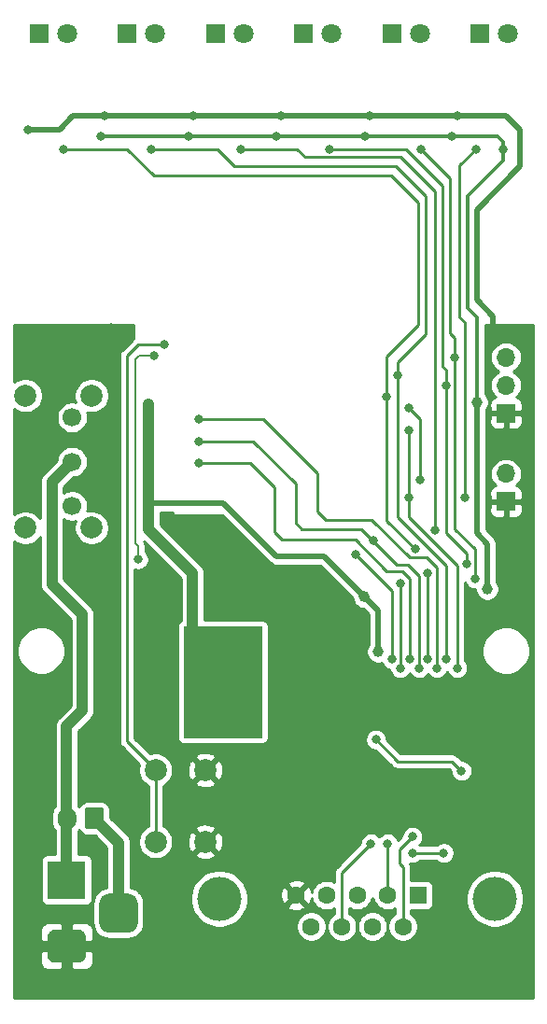
<source format=gbr>
G04 #@! TF.GenerationSoftware,KiCad,Pcbnew,(5.1.0)-1*
G04 #@! TF.CreationDate,2022-02-26T19:57:31-08:00*
G04 #@! TF.ProjectId,BITLINK_12F_R1,4249544c-494e-44b5-9f31-32465f52312e,rev?*
G04 #@! TF.SameCoordinates,PX7755c18PY8cd1ce0*
G04 #@! TF.FileFunction,Copper,L2,Bot*
G04 #@! TF.FilePolarity,Positive*
%FSLAX45Y45*%
G04 Gerber Fmt 4.5, Leading zero omitted, Abs format (unit mm)*
G04 Created by KiCad (PCBNEW (5.1.0)-1) date 2022-02-26 19:57:31*
%MOMM*%
%LPD*%
G04 APERTURE LIST*
%ADD10C,0.100000*%
%ADD11R,3.500000X3.500000*%
%ADD12C,3.000000*%
%ADD13C,3.500000*%
%ADD14C,1.800000*%
%ADD15R,1.800000X1.800000*%
%ADD16C,1.700000*%
%ADD17O,1.700000X2.000000*%
%ADD18R,1.700000X1.700000*%
%ADD19O,1.700000X1.700000*%
%ADD20C,2.000000*%
%ADD21R,1.600000X1.600000*%
%ADD22C,1.600000*%
%ADD23C,4.000000*%
%ADD24C,0.800000*%
%ADD25C,1.000000*%
%ADD26C,0.500000*%
%ADD27C,0.250000*%
%ADD28C,0.350000*%
%ADD29C,1.000000*%
%ADD30C,0.150000*%
%ADD31C,0.254000*%
G04 APERTURE END LIST*
D10*
G36*
X2305820Y2429100D02*
G01*
X1602240Y2429100D01*
X1602240Y3434940D01*
X2305820Y3434940D01*
X2305820Y2429100D01*
G37*
X2305820Y2429100D02*
X1602240Y2429100D01*
X1602240Y3434940D01*
X2305820Y3434940D01*
X2305820Y2429100D01*
D11*
X536820Y1135520D03*
D10*
G36*
X644171Y685159D02*
G01*
X651452Y684079D01*
X658591Y682291D01*
X665521Y679811D01*
X672175Y676664D01*
X678488Y672880D01*
X684400Y668496D01*
X689853Y663553D01*
X694796Y658100D01*
X699180Y652188D01*
X702964Y645875D01*
X706111Y639221D01*
X708590Y632291D01*
X710379Y625152D01*
X711459Y617871D01*
X711820Y610520D01*
X711820Y460520D01*
X711459Y453169D01*
X710379Y445888D01*
X708590Y438749D01*
X706111Y431819D01*
X702964Y425165D01*
X699180Y418852D01*
X694796Y412940D01*
X689853Y407487D01*
X684400Y402544D01*
X678488Y398160D01*
X672175Y394376D01*
X665521Y391229D01*
X658591Y388749D01*
X651452Y386961D01*
X644171Y385881D01*
X636820Y385520D01*
X436820Y385520D01*
X429469Y385881D01*
X422188Y386961D01*
X415049Y388749D01*
X408119Y391229D01*
X401465Y394376D01*
X395152Y398160D01*
X389240Y402544D01*
X383787Y407487D01*
X378844Y412940D01*
X374460Y418852D01*
X370676Y425165D01*
X367529Y431819D01*
X365049Y438749D01*
X363261Y445888D01*
X362181Y453169D01*
X361820Y460520D01*
X361820Y610520D01*
X362181Y617871D01*
X363261Y625152D01*
X365049Y632291D01*
X367529Y639221D01*
X370676Y645875D01*
X374460Y652188D01*
X378844Y658100D01*
X383787Y663553D01*
X389240Y668496D01*
X395152Y672880D01*
X401465Y676664D01*
X408119Y679811D01*
X415049Y682291D01*
X422188Y684079D01*
X429469Y685159D01*
X436820Y685520D01*
X636820Y685520D01*
X644171Y685159D01*
X644171Y685159D01*
G37*
D12*
X536820Y535520D03*
D10*
G36*
X1102897Y1010099D02*
G01*
X1111390Y1008839D01*
X1119720Y1006752D01*
X1127805Y1003859D01*
X1135567Y1000188D01*
X1142932Y995774D01*
X1149829Y990658D01*
X1156192Y984892D01*
X1161958Y978529D01*
X1167074Y971632D01*
X1171488Y964267D01*
X1175160Y956505D01*
X1178052Y948420D01*
X1180139Y940090D01*
X1181399Y931596D01*
X1181820Y923020D01*
X1181820Y748020D01*
X1181399Y739443D01*
X1180139Y730950D01*
X1178052Y722620D01*
X1175160Y714535D01*
X1171488Y706773D01*
X1167074Y699408D01*
X1161958Y692511D01*
X1156192Y686148D01*
X1149829Y680382D01*
X1142932Y675266D01*
X1135567Y670852D01*
X1127805Y667181D01*
X1119720Y664288D01*
X1111390Y662201D01*
X1102897Y660941D01*
X1094320Y660520D01*
X919320Y660520D01*
X910743Y660941D01*
X902250Y662201D01*
X893920Y664288D01*
X885835Y667181D01*
X878073Y670852D01*
X870708Y675266D01*
X863811Y680382D01*
X857448Y686148D01*
X851682Y692511D01*
X846566Y699408D01*
X842152Y706773D01*
X838480Y714535D01*
X835588Y722620D01*
X833501Y730950D01*
X832241Y739443D01*
X831820Y748020D01*
X831820Y923020D01*
X832241Y931596D01*
X833501Y940090D01*
X835588Y948420D01*
X838480Y956505D01*
X842152Y964267D01*
X846566Y971632D01*
X851682Y978529D01*
X857448Y984892D01*
X863811Y990658D01*
X870708Y995774D01*
X878073Y1000188D01*
X885835Y1003859D01*
X893920Y1006752D01*
X902250Y1008839D01*
X910743Y1010099D01*
X919320Y1010520D01*
X1094320Y1010520D01*
X1102897Y1010099D01*
X1102897Y1010099D01*
G37*
D13*
X1006820Y835520D03*
D14*
X4540000Y8808400D03*
D15*
X4286000Y8808400D03*
X3486000Y8808400D03*
D14*
X3740000Y8808400D03*
X2940000Y8808400D03*
D15*
X2686000Y8808400D03*
D14*
X2140000Y8808400D03*
D15*
X1886000Y8808400D03*
X1086000Y8808400D03*
D14*
X1340000Y8808400D03*
D15*
X286000Y8808400D03*
D14*
X540000Y8808400D03*
D10*
G36*
X849790Y1794240D02*
G01*
X852217Y1793880D01*
X854597Y1793283D01*
X856907Y1792457D01*
X859125Y1791408D01*
X861229Y1790147D01*
X863200Y1788685D01*
X865018Y1787038D01*
X866665Y1785220D01*
X868127Y1783249D01*
X869388Y1781145D01*
X870437Y1778927D01*
X871263Y1776617D01*
X871860Y1774237D01*
X872220Y1771810D01*
X872340Y1769360D01*
X872340Y1619360D01*
X872220Y1616910D01*
X871860Y1614483D01*
X871263Y1612103D01*
X870437Y1609793D01*
X869388Y1607575D01*
X868127Y1605471D01*
X866665Y1603500D01*
X865018Y1601682D01*
X863200Y1600035D01*
X861229Y1598573D01*
X859125Y1597312D01*
X856907Y1596263D01*
X854597Y1595436D01*
X852217Y1594840D01*
X849790Y1594480D01*
X847340Y1594360D01*
X727340Y1594360D01*
X724890Y1594480D01*
X722463Y1594840D01*
X720083Y1595436D01*
X717773Y1596263D01*
X715555Y1597312D01*
X713451Y1598573D01*
X711480Y1600035D01*
X709662Y1601682D01*
X708015Y1603500D01*
X706553Y1605471D01*
X705292Y1607575D01*
X704243Y1609793D01*
X703416Y1612103D01*
X702820Y1614483D01*
X702460Y1616910D01*
X702340Y1619360D01*
X702340Y1769360D01*
X702460Y1771810D01*
X702820Y1774237D01*
X703416Y1776617D01*
X704243Y1778927D01*
X705292Y1781145D01*
X706553Y1783249D01*
X708015Y1785220D01*
X709662Y1787038D01*
X711480Y1788685D01*
X713451Y1790147D01*
X715555Y1791408D01*
X717773Y1792457D01*
X720083Y1793283D01*
X722463Y1793880D01*
X724890Y1794240D01*
X727340Y1794360D01*
X847340Y1794360D01*
X849790Y1794240D01*
X849790Y1794240D01*
G37*
D16*
X787340Y1694360D03*
D17*
X537340Y1694360D03*
D18*
X4521200Y4566000D03*
D19*
X4521200Y4820000D03*
D18*
X4521200Y5368000D03*
D19*
X4521200Y5622000D03*
X4521200Y5876000D03*
D20*
X761820Y5529200D03*
X761820Y4329200D03*
X161820Y4329200D03*
X161820Y5529200D03*
D16*
X586820Y5329200D03*
X586820Y4929200D03*
X586820Y4529200D03*
D20*
X1344132Y2131532D03*
X1794132Y2131532D03*
X1344132Y1481532D03*
X1794132Y1481532D03*
D21*
X3724820Y996620D03*
D22*
X3447820Y996620D03*
X3170820Y996620D03*
X2893820Y996620D03*
X2616820Y996620D03*
X3586320Y712620D03*
X3309320Y712620D03*
X3032320Y712620D03*
X2755320Y712620D03*
D23*
X1920820Y966620D03*
X4420820Y966620D03*
D24*
X4726000Y666000D03*
X100000Y666000D03*
X4726000Y4066000D03*
X4726000Y2591000D03*
X4726000Y1616000D03*
X100000Y1616000D03*
X100000Y2591000D03*
X100000Y4066000D03*
X4726000Y6066000D03*
X4726000Y5114000D03*
X4726000Y100000D03*
X3126000Y100000D03*
X1626000Y100000D03*
X100000Y100000D03*
X100000Y6066000D03*
X100000Y5041000D03*
X948820Y5283164D03*
X3663820Y2059000D03*
X3957820Y2059000D03*
X3812820Y2368000D03*
X2047370Y4183100D03*
X942470Y6142700D03*
X4403220Y6130600D03*
X1541148Y3673312D03*
X2467820Y3062950D03*
X1444120Y2440650D03*
X2338200Y1443700D03*
X2549020Y2534630D03*
X2549020Y1921220D03*
X1441580Y4435820D03*
X2244728Y3932392D03*
X2908430Y1659600D03*
X2834770Y2904200D03*
X3057020Y3399500D03*
X2226440Y2156170D03*
X1386820Y1116000D03*
X2841120Y3849080D03*
X4170810Y2368000D03*
X4212720Y3539200D03*
X1324740Y3316950D03*
X555120Y5831550D03*
X4041270Y505170D03*
X2126110Y505170D03*
X1205868Y3559000D03*
X1396368Y3926804D03*
X2467820Y3592000D03*
X2757300Y3236940D03*
X1709804Y4183100D03*
X3153540Y3056000D03*
X964060Y2571460D03*
X1205868Y1778980D03*
X1205868Y2932020D03*
X4455290Y2380960D03*
X4382900Y1513550D03*
X964060Y3559000D03*
X1143130Y387060D03*
X4081148Y8065988D03*
X3281048Y8065988D03*
X2480948Y8065988D03*
X1680848Y8065988D03*
X880748Y8065988D03*
X186000Y7940200D03*
X948820Y4666960D03*
X362080Y3628100D03*
X232540Y2185380D03*
X3298320Y1659600D03*
X796420Y1405600D03*
D25*
X2018780Y3112820D03*
X1898780Y3112820D03*
X2138780Y3112820D03*
X1778780Y3112820D03*
X2018780Y2872820D03*
X1898780Y2872820D03*
X2138780Y2872820D03*
X1778780Y2872820D03*
X1778780Y2752820D03*
X1778780Y2992820D03*
X2018780Y2752820D03*
X1898780Y2752820D03*
X1898780Y2992820D03*
X2227880Y3383020D03*
X2117880Y3383020D03*
X2007880Y3383020D03*
X1787880Y3383020D03*
X1677880Y3383020D03*
X2138780Y2992820D03*
X2138780Y2752820D03*
X1897880Y3383020D03*
X2018780Y2992820D03*
X1897880Y2483020D03*
X1677880Y2483020D03*
X1787880Y2483020D03*
X2007880Y2483020D03*
X2117880Y2483020D03*
X2227880Y2483020D03*
D24*
X4117820Y2124000D03*
X3340820Y2408000D03*
D25*
X1279800Y4716000D03*
X1279800Y4606000D03*
X3236090Y3703030D03*
X3359164Y3206000D03*
D24*
X4033650Y7882600D03*
X1638430Y7882600D03*
X2437260Y7882600D03*
D25*
X4257170Y5466000D03*
D24*
X4495930Y7766000D03*
D25*
X1279800Y5453580D03*
X4352420Y3772880D03*
D24*
X3239900Y7882600D03*
X843410Y7882600D03*
X3641620Y5419790D03*
X3745820Y4762670D03*
X3976500Y5622000D03*
X3813650Y3136000D03*
X2917320Y7766000D03*
X3813650Y3915846D03*
X4161920Y3998940D03*
X4057780Y5876000D03*
X3562480Y3056000D03*
X3562480Y3827744D03*
X3749170Y7766000D03*
X4239263Y3868557D03*
X3447820Y1466500D03*
X3672970Y1528790D03*
X3297050Y1466500D03*
X3956180Y1381470D03*
X3672970Y1381470D03*
X1419736Y5990300D03*
X3641620Y4604730D03*
X4079450Y3056000D03*
X4248520Y7766000D03*
X4144140Y4604730D03*
X3641620Y5216000D03*
X1736820Y5116000D03*
X3733930Y3056000D03*
X2114870Y7766000D03*
X3317878Y4211030D03*
X3875535Y4304715D03*
X3983020Y3136000D03*
X1306770Y7766000D03*
X3539620Y5717250D03*
X3486280Y3136000D03*
X508320Y7766000D03*
X3157858Y4084538D03*
X3438020Y5516590D03*
X3697100Y4136100D03*
X1736820Y5316000D03*
X3893950Y3056000D03*
X1736820Y4916000D03*
X3650110Y3136000D03*
X1326772Y5890224D03*
X1185548Y4043644D03*
D26*
X4467820Y6066000D02*
X4726000Y6066000D01*
X4403220Y6130600D02*
X4467820Y6066000D01*
X470480Y7940200D02*
X186000Y7940200D01*
X596268Y8065988D02*
X470480Y7940200D01*
X4403220Y6130600D02*
X4403220Y6250650D01*
X4522092Y8065988D02*
X596268Y8065988D01*
X4257170Y6396700D02*
X4257170Y7215850D01*
X4403220Y6250650D02*
X4257170Y6396700D01*
X4257170Y7215850D02*
X4650870Y7609550D01*
X4650870Y7609550D02*
X4650870Y7937210D01*
X4650870Y7937210D02*
X4522092Y8065988D01*
D27*
X4030820Y2211000D02*
X4117820Y2124000D01*
X3340820Y2408000D02*
X3537820Y2211000D01*
X3537820Y2211000D02*
X4030820Y2211000D01*
D28*
X4442590Y7882600D02*
X4495930Y7829260D01*
D26*
X4257170Y4279610D02*
X4352420Y4184360D01*
D28*
X4495930Y7660350D02*
X4174620Y7339040D01*
X4174620Y7339040D02*
X4174620Y6320500D01*
D26*
X4352420Y3772880D02*
X4352420Y4184360D01*
D28*
X4495930Y7660350D02*
X4495930Y7829260D01*
X843410Y7882600D02*
X4442590Y7882600D01*
D29*
X1677880Y3915040D02*
X1677880Y3383020D01*
X1279800Y4313120D02*
X1677880Y3915040D01*
X1279800Y4313120D02*
X1279800Y5453580D01*
D26*
X4257170Y4279610D02*
X4257170Y5466000D01*
D28*
X4257170Y6237950D02*
X4174620Y6320500D01*
X4257170Y5466000D02*
X4257170Y6237950D01*
D26*
X2870098Y4068790D02*
X3359164Y3579724D01*
X2438530Y4068790D02*
X2870098Y4068790D01*
X1291720Y4550120D02*
X1957200Y4550120D01*
X1957200Y4550120D02*
X2438530Y4068790D01*
X3359164Y3579724D02*
X3359164Y3206000D01*
D29*
X1006820Y835520D02*
X1006820Y1474880D01*
X1006820Y1474880D02*
X787340Y1694360D01*
D27*
X3745820Y5315590D02*
X3641620Y5419790D01*
X3745820Y4762670D02*
X3745820Y5315590D01*
X3613040Y7766000D02*
X2917320Y7766000D01*
X3946655Y7432385D02*
X3613040Y7766000D01*
X3946655Y5790275D02*
X3946655Y7432385D01*
X3976500Y5760430D02*
X3946655Y5790275D01*
X4161920Y4093900D02*
X3976500Y4279320D01*
X4161920Y3998940D02*
X4161920Y4093900D01*
X3976500Y4279320D02*
X3976500Y5760430D01*
X3813650Y3136000D02*
X3813650Y3915846D01*
X4015870Y7501600D02*
X3751470Y7766000D01*
X4015870Y6093170D02*
X4015870Y7501600D01*
X4057780Y6051260D02*
X4015870Y6093170D01*
X4057780Y4318980D02*
X4057780Y6051260D01*
X4239263Y4137497D02*
X4057780Y4318980D01*
X4239263Y3868557D02*
X4239263Y4137497D01*
X3562480Y3056000D02*
X3562480Y3827744D01*
X3447820Y996620D02*
X3447820Y1466500D01*
X3556130Y1411950D02*
X3672970Y1528790D01*
X3556130Y1284950D02*
X3556130Y1411950D01*
X3586320Y1254760D02*
X3556130Y1284950D01*
X3586320Y712620D02*
X3586320Y1254760D01*
X3032320Y1201770D02*
X3297050Y1466500D01*
X3032320Y712620D02*
X3032320Y1201770D01*
X3672970Y1381470D02*
X3956180Y1381470D01*
X1344132Y1481532D02*
X1344132Y2131532D01*
X1083948Y2391716D02*
X1344132Y2131532D01*
X1419736Y5990300D02*
X1183516Y5990300D01*
X1183516Y5990300D02*
X1083948Y5890732D01*
X1083948Y2391716D02*
X1083948Y5890732D01*
X4098420Y6240490D02*
X4144140Y6194770D01*
X4098420Y6240490D02*
X4098420Y7615900D01*
X4144140Y6194770D02*
X4144140Y4604730D01*
X4098420Y7615900D02*
X4248520Y7766000D01*
X4079450Y3984970D02*
X4079450Y3056000D01*
X3641620Y4422800D02*
X4079450Y3984970D01*
X3641620Y4422800D02*
X3641620Y5216000D01*
X2627520Y7766000D02*
X2701420Y7692100D01*
X2114870Y7766000D02*
X2627520Y7766000D01*
X3563750Y7692100D02*
X2701420Y7692100D01*
X3875535Y7380315D02*
X3563750Y7692100D01*
X2612520Y4730460D02*
X2226980Y5116000D01*
X2612520Y4374352D02*
X2612520Y4730460D01*
X2670432Y4316440D02*
X2612520Y4374352D01*
X3212468Y4316440D02*
X2670432Y4316440D01*
X3633092Y3997416D02*
X3531492Y3997416D01*
X3733930Y3896578D02*
X3633092Y3997416D01*
X3875535Y7380315D02*
X3875535Y4304715D01*
X3212468Y4316440D02*
X3531492Y3997416D01*
X2226980Y5116000D02*
X1736820Y5116000D01*
X3733930Y3056000D02*
X3733930Y3896578D01*
X3983020Y3984800D02*
X3539620Y4428200D01*
X1903620Y7766000D02*
X1306770Y7766000D01*
X3539620Y5830280D02*
X3793620Y6084280D01*
X3793620Y6084280D02*
X3793620Y7336500D01*
X3793620Y7336500D02*
X3520570Y7609550D01*
X3520570Y7609550D02*
X2060070Y7609550D01*
X2060070Y7609550D02*
X1903620Y7766000D01*
X3539620Y5830280D02*
X3539620Y4428200D01*
X3983020Y3136000D02*
X3983020Y3984800D01*
X3724405Y7278715D02*
X3477390Y7525730D01*
X3724405Y6172545D02*
X3438020Y5886160D01*
X3724405Y7278715D02*
X3724405Y6172545D01*
X1087010Y7766000D02*
X508320Y7766000D01*
X1327280Y7525730D02*
X1087010Y7766000D01*
X3438020Y4395180D02*
X3697100Y4136100D01*
X3438020Y5886160D02*
X3438020Y4395180D01*
X3157858Y4084538D02*
X3486280Y3756116D01*
X1327280Y7525730D02*
X3477390Y7525730D01*
X3486280Y3136000D02*
X3486280Y3756116D01*
X3801748Y4057868D02*
X3893950Y3965666D01*
X3645792Y4057868D02*
X3801748Y4057868D01*
X2811148Y4826472D02*
X2811148Y4481032D01*
X2811148Y4481032D02*
X2888364Y4403816D01*
X2888364Y4403816D02*
X3299844Y4403816D01*
X3299844Y4403816D02*
X3645792Y4057868D01*
X2321620Y5316000D02*
X2811148Y4826472D01*
X2321620Y5316000D02*
X1736820Y5316000D01*
X3893950Y3056000D02*
X3893950Y3965666D01*
X2416940Y4697440D02*
X2198380Y4916000D01*
X3650110Y3867622D02*
X3582800Y3934932D01*
X3582800Y3934932D02*
X3441068Y3934932D01*
X3441068Y3934932D02*
X3155572Y4220428D01*
X3155572Y4220428D02*
X2490600Y4220428D01*
X2416940Y4294088D02*
X2416940Y4697440D01*
X2490600Y4220428D02*
X2416940Y4294088D01*
X2198380Y4916000D02*
X1736820Y4916000D01*
X3650110Y3136000D02*
X3650110Y3867622D01*
D30*
X1189612Y5890224D02*
X1326772Y5890224D01*
X1156940Y5857552D02*
X1189612Y5890224D01*
X1156940Y4192140D02*
X1156940Y5857552D01*
X1185548Y4043644D02*
X1185548Y4163532D01*
X1185548Y4163532D02*
X1156940Y4192140D01*
D29*
X536820Y2527760D02*
X679580Y2670520D01*
X536820Y1135520D02*
X536820Y2527760D01*
X679580Y2670520D02*
X679580Y3541740D01*
X679580Y3541740D02*
X402720Y3818600D01*
X402720Y4745100D02*
X586820Y4929200D01*
X402720Y3818600D02*
X402720Y4745100D01*
D31*
G36*
X1139320Y6044843D02*
G01*
X1136315Y6042377D01*
X1133637Y6040179D01*
X1131439Y6037501D01*
X1036747Y5942809D01*
X1034069Y5940611D01*
X1031871Y5937933D01*
X1031871Y5937933D01*
X1025296Y5929922D01*
X1022735Y5925130D01*
X1018778Y5917726D01*
X1014764Y5904494D01*
X1013962Y5896355D01*
X1013408Y5890732D01*
X1013748Y5887284D01*
X1013748Y2395163D01*
X1013408Y2391716D01*
X1013748Y2388269D01*
X1013748Y2388268D01*
X1014764Y2377955D01*
X1018778Y2364722D01*
X1025296Y2352526D01*
X1031871Y2344515D01*
X1031871Y2344515D01*
X1034069Y2341837D01*
X1036747Y2339639D01*
X1194356Y2182030D01*
X1192492Y2177531D01*
X1186432Y2147064D01*
X1186432Y2116000D01*
X1192492Y2085533D01*
X1204380Y2056833D01*
X1221638Y2031004D01*
X1243604Y2009038D01*
X1269433Y1991780D01*
X1273932Y1989917D01*
X1273932Y1623147D01*
X1269433Y1621284D01*
X1243604Y1604026D01*
X1221638Y1582060D01*
X1204380Y1556231D01*
X1192492Y1527531D01*
X1186432Y1497064D01*
X1186432Y1466000D01*
X1192492Y1435533D01*
X1204380Y1406833D01*
X1221638Y1381004D01*
X1243604Y1359038D01*
X1269433Y1341780D01*
X1298133Y1329892D01*
X1328600Y1323832D01*
X1359664Y1323832D01*
X1390131Y1329892D01*
X1418831Y1341780D01*
X1444660Y1359038D01*
X1453612Y1367991D01*
X1698551Y1367991D01*
X1708128Y1341551D01*
X1737089Y1327462D01*
X1768243Y1319294D01*
X1800391Y1317360D01*
X1832299Y1321736D01*
X1862741Y1332253D01*
X1880136Y1341551D01*
X1889713Y1367991D01*
X1794132Y1463571D01*
X1698551Y1367991D01*
X1453612Y1367991D01*
X1466626Y1381004D01*
X1483884Y1406833D01*
X1495772Y1435533D01*
X1501832Y1466000D01*
X1501832Y1475272D01*
X1629960Y1475272D01*
X1634336Y1443364D01*
X1644852Y1412923D01*
X1654151Y1395528D01*
X1680591Y1385951D01*
X1776171Y1481532D01*
X1812092Y1481532D01*
X1907673Y1385951D01*
X1934113Y1395528D01*
X1948202Y1424489D01*
X1956370Y1455643D01*
X1958304Y1487791D01*
X1953928Y1519699D01*
X1943411Y1550141D01*
X1934113Y1567536D01*
X1907673Y1577113D01*
X1812092Y1481532D01*
X1776171Y1481532D01*
X1680591Y1577113D01*
X1654151Y1567536D01*
X1640062Y1538575D01*
X1631894Y1507421D01*
X1629960Y1475272D01*
X1501832Y1475272D01*
X1501832Y1497064D01*
X1495772Y1527531D01*
X1483884Y1556231D01*
X1466626Y1582060D01*
X1453612Y1595073D01*
X1698551Y1595073D01*
X1794132Y1499492D01*
X1889713Y1595073D01*
X1880136Y1621513D01*
X1851175Y1635602D01*
X1820021Y1643770D01*
X1787872Y1645704D01*
X1755964Y1641328D01*
X1725523Y1630811D01*
X1708128Y1621513D01*
X1698551Y1595073D01*
X1453612Y1595073D01*
X1444660Y1604026D01*
X1418831Y1621284D01*
X1414332Y1623147D01*
X1414332Y1989917D01*
X1418831Y1991780D01*
X1444660Y2009038D01*
X1453612Y2017991D01*
X1698551Y2017991D01*
X1708128Y1991551D01*
X1737089Y1977462D01*
X1768243Y1969294D01*
X1800391Y1967360D01*
X1832299Y1971736D01*
X1862741Y1982252D01*
X1880136Y1991551D01*
X1889713Y2017991D01*
X1794132Y2113572D01*
X1698551Y2017991D01*
X1453612Y2017991D01*
X1466626Y2031004D01*
X1483884Y2056833D01*
X1495772Y2085533D01*
X1501832Y2116000D01*
X1501832Y2125273D01*
X1629960Y2125273D01*
X1634336Y2093364D01*
X1644852Y2062923D01*
X1654151Y2045528D01*
X1680591Y2035951D01*
X1776171Y2131532D01*
X1812092Y2131532D01*
X1907673Y2035951D01*
X1934113Y2045528D01*
X1948202Y2074489D01*
X1956370Y2105643D01*
X1958304Y2137792D01*
X1953928Y2169700D01*
X1943411Y2200141D01*
X1934113Y2217536D01*
X1907673Y2227113D01*
X1812092Y2131532D01*
X1776171Y2131532D01*
X1680591Y2227113D01*
X1654151Y2217536D01*
X1640062Y2188575D01*
X1631894Y2157421D01*
X1629960Y2125273D01*
X1501832Y2125273D01*
X1501832Y2147064D01*
X1495772Y2177531D01*
X1483884Y2206231D01*
X1466626Y2232060D01*
X1453612Y2245073D01*
X1698551Y2245073D01*
X1794132Y2149493D01*
X1889713Y2245073D01*
X1880136Y2271513D01*
X1851175Y2285602D01*
X1820021Y2293770D01*
X1787872Y2295704D01*
X1755964Y2291328D01*
X1725523Y2280812D01*
X1708128Y2271513D01*
X1698551Y2245073D01*
X1453612Y2245073D01*
X1444660Y2254026D01*
X1418831Y2271284D01*
X1390131Y2283172D01*
X1359664Y2289232D01*
X1328600Y2289232D01*
X1298133Y2283172D01*
X1293634Y2281308D01*
X1154148Y2420794D01*
X1154148Y3950901D01*
X1157050Y3949699D01*
X1175925Y3945944D01*
X1195171Y3945944D01*
X1214046Y3949699D01*
X1231826Y3957063D01*
X1247828Y3967755D01*
X1261437Y3981364D01*
X1272129Y3997366D01*
X1279493Y4015146D01*
X1283248Y4034021D01*
X1283248Y4053267D01*
X1279493Y4072142D01*
X1272129Y4089922D01*
X1261437Y4105924D01*
X1250748Y4116613D01*
X1250748Y4160330D01*
X1251063Y4163532D01*
X1249805Y4176313D01*
X1246076Y4188604D01*
X1243495Y4193434D01*
X1240022Y4199930D01*
X1237016Y4203593D01*
X1570180Y3870429D01*
X1570180Y3488593D01*
X1567908Y3487405D01*
X1567737Y3487268D01*
X1567542Y3487164D01*
X1562962Y3483428D01*
X1558371Y3479737D01*
X1558230Y3479569D01*
X1558059Y3479430D01*
X1554292Y3474877D01*
X1550505Y3470363D01*
X1550400Y3470171D01*
X1550259Y3470001D01*
X1547453Y3464810D01*
X1544610Y3459640D01*
X1544544Y3459430D01*
X1544439Y3459237D01*
X1542696Y3453606D01*
X1540910Y3447976D01*
X1540886Y3447757D01*
X1540821Y3447548D01*
X1540204Y3441679D01*
X1539546Y3435815D01*
X1539543Y3435393D01*
X1539541Y3435378D01*
X1539543Y3435362D01*
X1539540Y3434940D01*
X1539540Y2429100D01*
X1540116Y2423228D01*
X1540651Y2417351D01*
X1540713Y2417140D01*
X1540734Y2416922D01*
X1542440Y2411271D01*
X1544106Y2405612D01*
X1544207Y2405417D01*
X1544271Y2405207D01*
X1547044Y2399992D01*
X1549775Y2394768D01*
X1549912Y2394597D01*
X1550016Y2394402D01*
X1553752Y2389822D01*
X1557443Y2385231D01*
X1557611Y2385090D01*
X1557750Y2384919D01*
X1562303Y2381153D01*
X1566817Y2377365D01*
X1567009Y2377260D01*
X1567179Y2377119D01*
X1572370Y2374313D01*
X1577540Y2371470D01*
X1577750Y2371404D01*
X1577943Y2371299D01*
X1583574Y2369556D01*
X1589204Y2367770D01*
X1589422Y2367746D01*
X1589632Y2367681D01*
X1595501Y2367064D01*
X1601365Y2366406D01*
X1601786Y2366403D01*
X1601802Y2366402D01*
X1601818Y2366403D01*
X1602240Y2366400D01*
X2305820Y2366400D01*
X2311692Y2366976D01*
X2317569Y2367511D01*
X2317780Y2367573D01*
X2317999Y2367594D01*
X2323649Y2369300D01*
X2329308Y2370966D01*
X2329503Y2371068D01*
X2329713Y2371131D01*
X2334928Y2373904D01*
X2340152Y2376635D01*
X2340323Y2376772D01*
X2340518Y2376876D01*
X2345098Y2380612D01*
X2349689Y2384303D01*
X2349830Y2384471D01*
X2350001Y2384610D01*
X2353768Y2389163D01*
X2357555Y2393677D01*
X2357660Y2393869D01*
X2357801Y2394039D01*
X2360607Y2399230D01*
X2363450Y2404400D01*
X2363516Y2404610D01*
X2363621Y2404803D01*
X2365364Y2410434D01*
X2367150Y2416064D01*
X2367174Y2416283D01*
X2367239Y2416492D01*
X2367358Y2417623D01*
X3243120Y2417623D01*
X3243120Y2398377D01*
X3246875Y2379502D01*
X3254239Y2361722D01*
X3264931Y2345720D01*
X3278540Y2332112D01*
X3294542Y2321419D01*
X3312322Y2314055D01*
X3331197Y2310300D01*
X3339242Y2310300D01*
X3485743Y2163799D01*
X3487941Y2161121D01*
X3490619Y2158923D01*
X3490619Y2158923D01*
X3491102Y2158526D01*
X3498630Y2152349D01*
X3510826Y2145830D01*
X3524058Y2141816D01*
X3534372Y2140800D01*
X3534373Y2140800D01*
X3537820Y2140461D01*
X3541267Y2140800D01*
X4001742Y2140800D01*
X4020120Y2122422D01*
X4020120Y2114377D01*
X4023875Y2095502D01*
X4031239Y2077722D01*
X4041931Y2061720D01*
X4055540Y2048111D01*
X4071542Y2037419D01*
X4089322Y2030055D01*
X4108197Y2026300D01*
X4127443Y2026300D01*
X4146318Y2030055D01*
X4164098Y2037419D01*
X4180100Y2048111D01*
X4193708Y2061720D01*
X4204401Y2077722D01*
X4211765Y2095502D01*
X4215520Y2114377D01*
X4215520Y2133623D01*
X4211765Y2152498D01*
X4204401Y2170278D01*
X4193708Y2186280D01*
X4180100Y2199889D01*
X4164098Y2210581D01*
X4146318Y2217945D01*
X4127443Y2221700D01*
X4119398Y2221700D01*
X4082897Y2258201D01*
X4080699Y2260879D01*
X4070010Y2269652D01*
X4057814Y2276170D01*
X4044582Y2280184D01*
X4034268Y2281200D01*
X4034267Y2281200D01*
X4030820Y2281540D01*
X4027373Y2281200D01*
X3566898Y2281200D01*
X3438520Y2409578D01*
X3438520Y2417623D01*
X3434765Y2436498D01*
X3427401Y2454278D01*
X3416708Y2470280D01*
X3403100Y2483889D01*
X3387098Y2494581D01*
X3369318Y2501945D01*
X3350443Y2505700D01*
X3331197Y2505700D01*
X3312322Y2501945D01*
X3294542Y2494581D01*
X3278540Y2483889D01*
X3264931Y2470280D01*
X3254239Y2454278D01*
X3246875Y2436498D01*
X3243120Y2417623D01*
X2367358Y2417623D01*
X2367856Y2422361D01*
X2368514Y2428225D01*
X2368517Y2428647D01*
X2368519Y2428662D01*
X2368517Y2428678D01*
X2368520Y2429100D01*
X2368520Y3434940D01*
X2367944Y3440812D01*
X2367409Y3446689D01*
X2367347Y3446900D01*
X2367326Y3447118D01*
X2365620Y3452769D01*
X2363954Y3458428D01*
X2363853Y3458623D01*
X2363789Y3458833D01*
X2361016Y3464048D01*
X2358285Y3469272D01*
X2358148Y3469443D01*
X2358044Y3469638D01*
X2354308Y3474218D01*
X2350617Y3478809D01*
X2350449Y3478950D01*
X2350310Y3479121D01*
X2345757Y3482887D01*
X2341243Y3486675D01*
X2341051Y3486780D01*
X2340881Y3486921D01*
X2335690Y3489727D01*
X2330520Y3492570D01*
X2330310Y3492636D01*
X2330117Y3492741D01*
X2324486Y3494484D01*
X2318856Y3496270D01*
X2318638Y3496294D01*
X2318428Y3496359D01*
X2312559Y3496976D01*
X2306695Y3497634D01*
X2306274Y3497637D01*
X2306258Y3497638D01*
X2306242Y3497637D01*
X2305820Y3497640D01*
X1785580Y3497640D01*
X1785580Y3909749D01*
X1786101Y3915040D01*
X1785312Y3923051D01*
X1784022Y3936153D01*
X1777863Y3956454D01*
X1767863Y3975164D01*
X1754404Y3991564D01*
X1750294Y3994937D01*
X1387500Y4357731D01*
X1387500Y4467420D01*
X1496120Y4467420D01*
X1496120Y4456000D01*
X1496364Y4453522D01*
X1497087Y4451140D01*
X1498260Y4448944D01*
X1499840Y4447020D01*
X1501764Y4445440D01*
X1503960Y4444267D01*
X1506342Y4443544D01*
X1508820Y4443300D01*
X1947065Y4443300D01*
X2377180Y4013185D01*
X2379769Y4010029D01*
X2382925Y4007440D01*
X2382925Y4007440D01*
X2392362Y3999695D01*
X2402371Y3994345D01*
X2406729Y3992015D01*
X2422318Y3987287D01*
X2434468Y3986090D01*
X2434469Y3986090D01*
X2438530Y3985690D01*
X2442591Y3986090D01*
X2835843Y3986090D01*
X3128390Y3693543D01*
X3128390Y3692422D01*
X3132529Y3671615D01*
X3140647Y3652015D01*
X3152434Y3634375D01*
X3167435Y3619374D01*
X3185075Y3607587D01*
X3204675Y3599469D01*
X3225482Y3595330D01*
X3226602Y3595330D01*
X3276464Y3545468D01*
X3276464Y3275611D01*
X3275508Y3274655D01*
X3263721Y3257015D01*
X3255603Y3237415D01*
X3251464Y3216607D01*
X3251464Y3195392D01*
X3255603Y3174585D01*
X3263721Y3154985D01*
X3275508Y3137345D01*
X3290509Y3122344D01*
X3308149Y3110557D01*
X3327749Y3102439D01*
X3348556Y3098300D01*
X3369771Y3098300D01*
X3390579Y3102439D01*
X3393868Y3103801D01*
X3399699Y3089722D01*
X3410391Y3073720D01*
X3424000Y3060111D01*
X3440002Y3049419D01*
X3457782Y3042055D01*
X3465964Y3040427D01*
X3468535Y3027502D01*
X3475899Y3009722D01*
X3486591Y2993720D01*
X3500200Y2980111D01*
X3516202Y2969419D01*
X3533982Y2962055D01*
X3552857Y2958300D01*
X3572103Y2958300D01*
X3590978Y2962055D01*
X3608758Y2969419D01*
X3624760Y2980111D01*
X3638368Y2993720D01*
X3648205Y3008441D01*
X3658041Y2993720D01*
X3671650Y2980111D01*
X3687652Y2969419D01*
X3705432Y2962055D01*
X3724307Y2958300D01*
X3743553Y2958300D01*
X3762428Y2962055D01*
X3780208Y2969419D01*
X3796210Y2980111D01*
X3809818Y2993720D01*
X3813940Y2999888D01*
X3818061Y2993720D01*
X3831670Y2980111D01*
X3847672Y2969419D01*
X3865452Y2962055D01*
X3884327Y2958300D01*
X3903573Y2958300D01*
X3922448Y2962055D01*
X3940228Y2969419D01*
X3956230Y2980111D01*
X3969838Y2993720D01*
X3980531Y3009722D01*
X3986700Y3024616D01*
X3992869Y3009722D01*
X4003561Y2993720D01*
X4017170Y2980111D01*
X4033172Y2969419D01*
X4050952Y2962055D01*
X4069827Y2958300D01*
X4089073Y2958300D01*
X4107948Y2962055D01*
X4125728Y2969419D01*
X4141730Y2980111D01*
X4155338Y2993720D01*
X4166031Y3009722D01*
X4173395Y3027502D01*
X4177150Y3046377D01*
X4177150Y3065623D01*
X4173395Y3084498D01*
X4166031Y3102278D01*
X4155338Y3118280D01*
X4149650Y3123969D01*
X4149650Y3236142D01*
X4303500Y3236142D01*
X4303500Y3193258D01*
X4311866Y3151199D01*
X4328277Y3111580D01*
X4352101Y3075924D01*
X4382424Y3045601D01*
X4418080Y3021777D01*
X4457699Y3005366D01*
X4499758Y2997000D01*
X4542642Y2997000D01*
X4584701Y3005366D01*
X4624320Y3021777D01*
X4659976Y3045601D01*
X4690299Y3075924D01*
X4714123Y3111580D01*
X4730534Y3151199D01*
X4738900Y3193258D01*
X4738900Y3236142D01*
X4730534Y3278201D01*
X4714123Y3317820D01*
X4690299Y3353476D01*
X4659976Y3383799D01*
X4624320Y3407623D01*
X4584701Y3424034D01*
X4542642Y3432400D01*
X4499758Y3432400D01*
X4457699Y3424034D01*
X4418080Y3407623D01*
X4382424Y3383799D01*
X4352101Y3353476D01*
X4328277Y3317820D01*
X4311866Y3278201D01*
X4303500Y3236142D01*
X4149650Y3236142D01*
X4149650Y3829600D01*
X4152682Y3822279D01*
X4163374Y3806277D01*
X4176983Y3792668D01*
X4192985Y3781976D01*
X4210765Y3774612D01*
X4229640Y3770857D01*
X4244720Y3770857D01*
X4244720Y3762272D01*
X4248859Y3741465D01*
X4256978Y3721865D01*
X4268764Y3704225D01*
X4283765Y3689224D01*
X4301405Y3677437D01*
X4321005Y3669319D01*
X4341813Y3665180D01*
X4363028Y3665180D01*
X4383835Y3669319D01*
X4403435Y3677437D01*
X4421075Y3689224D01*
X4436076Y3704225D01*
X4447863Y3721865D01*
X4455981Y3741465D01*
X4460120Y3762272D01*
X4460120Y3783487D01*
X4455981Y3804295D01*
X4447863Y3823895D01*
X4436076Y3841535D01*
X4435120Y3842491D01*
X4435120Y4180299D01*
X4435520Y4184360D01*
X4435120Y4188421D01*
X4435120Y4188422D01*
X4433923Y4200572D01*
X4429195Y4216161D01*
X4421515Y4230528D01*
X4421515Y4230528D01*
X4413770Y4239965D01*
X4413770Y4239966D01*
X4411181Y4243121D01*
X4408026Y4245710D01*
X4339870Y4313865D01*
X4339870Y4481000D01*
X4372393Y4481000D01*
X4373619Y4468552D01*
X4377250Y4456582D01*
X4383146Y4445551D01*
X4391082Y4435882D01*
X4400751Y4427946D01*
X4411782Y4422050D01*
X4423752Y4418419D01*
X4436200Y4417193D01*
X4492625Y4417500D01*
X4508500Y4433375D01*
X4508500Y4553300D01*
X4533900Y4553300D01*
X4533900Y4433375D01*
X4549775Y4417500D01*
X4606200Y4417193D01*
X4618648Y4418419D01*
X4630618Y4422050D01*
X4641649Y4427946D01*
X4651319Y4435882D01*
X4659254Y4445551D01*
X4665150Y4456582D01*
X4668781Y4468552D01*
X4670007Y4481000D01*
X4669700Y4537425D01*
X4653825Y4553300D01*
X4533900Y4553300D01*
X4508500Y4553300D01*
X4388575Y4553300D01*
X4372700Y4537425D01*
X4372393Y4481000D01*
X4339870Y4481000D01*
X4339870Y4651000D01*
X4372393Y4651000D01*
X4372700Y4594575D01*
X4388575Y4578700D01*
X4508500Y4578700D01*
X4508500Y4580700D01*
X4533900Y4580700D01*
X4533900Y4578700D01*
X4653825Y4578700D01*
X4669700Y4594575D01*
X4670007Y4651000D01*
X4668781Y4663448D01*
X4665150Y4675418D01*
X4659254Y4686449D01*
X4651319Y4696119D01*
X4641649Y4704054D01*
X4630618Y4709950D01*
X4618648Y4713581D01*
X4616701Y4713773D01*
X4622592Y4718608D01*
X4640425Y4740337D01*
X4653676Y4765127D01*
X4661835Y4792026D01*
X4664590Y4820000D01*
X4661835Y4847974D01*
X4653676Y4874873D01*
X4640425Y4899663D01*
X4622592Y4921392D01*
X4600863Y4939225D01*
X4576073Y4952476D01*
X4549174Y4960635D01*
X4528210Y4962700D01*
X4514190Y4962700D01*
X4493226Y4960635D01*
X4466327Y4952476D01*
X4441537Y4939225D01*
X4419808Y4921392D01*
X4401975Y4899663D01*
X4388725Y4874873D01*
X4380565Y4847974D01*
X4377810Y4820000D01*
X4380565Y4792026D01*
X4388725Y4765127D01*
X4401975Y4740337D01*
X4419808Y4718608D01*
X4425699Y4713773D01*
X4423752Y4713581D01*
X4411782Y4709950D01*
X4400751Y4704054D01*
X4391082Y4696119D01*
X4383146Y4686449D01*
X4377250Y4675418D01*
X4373619Y4663448D01*
X4372393Y4651000D01*
X4339870Y4651000D01*
X4339870Y5283000D01*
X4372393Y5283000D01*
X4373619Y5270552D01*
X4377250Y5258582D01*
X4383146Y5247551D01*
X4391082Y5237882D01*
X4400751Y5229946D01*
X4411782Y5224050D01*
X4423752Y5220419D01*
X4436200Y5219193D01*
X4492625Y5219500D01*
X4508500Y5235375D01*
X4508500Y5355300D01*
X4533900Y5355300D01*
X4533900Y5235375D01*
X4549775Y5219500D01*
X4606200Y5219193D01*
X4618648Y5220419D01*
X4630618Y5224050D01*
X4641649Y5229946D01*
X4651319Y5237882D01*
X4659254Y5247551D01*
X4665150Y5258582D01*
X4668781Y5270552D01*
X4670007Y5283000D01*
X4669700Y5339425D01*
X4653825Y5355300D01*
X4533900Y5355300D01*
X4508500Y5355300D01*
X4388575Y5355300D01*
X4372700Y5339425D01*
X4372393Y5283000D01*
X4339870Y5283000D01*
X4339870Y5396389D01*
X4340826Y5397345D01*
X4352613Y5414985D01*
X4360731Y5434585D01*
X4364394Y5453000D01*
X4372393Y5453000D01*
X4372700Y5396575D01*
X4388575Y5380700D01*
X4508500Y5380700D01*
X4508500Y5382700D01*
X4533900Y5382700D01*
X4533900Y5380700D01*
X4653825Y5380700D01*
X4669700Y5396575D01*
X4670007Y5453000D01*
X4668781Y5465448D01*
X4665150Y5477418D01*
X4659254Y5488449D01*
X4651319Y5498119D01*
X4641649Y5506054D01*
X4630618Y5511950D01*
X4618648Y5515581D01*
X4616701Y5515773D01*
X4622592Y5520608D01*
X4640425Y5542337D01*
X4653676Y5567127D01*
X4661835Y5594026D01*
X4664590Y5622000D01*
X4661835Y5649974D01*
X4653676Y5676873D01*
X4640425Y5701663D01*
X4622592Y5723392D01*
X4600863Y5741225D01*
X4586317Y5749000D01*
X4600863Y5756775D01*
X4622592Y5774608D01*
X4640425Y5796337D01*
X4653676Y5821127D01*
X4661835Y5848026D01*
X4664590Y5876000D01*
X4661835Y5903974D01*
X4653676Y5930873D01*
X4640425Y5955663D01*
X4622592Y5977392D01*
X4600863Y5995225D01*
X4576073Y6008475D01*
X4549174Y6016635D01*
X4528210Y6018700D01*
X4514190Y6018700D01*
X4493226Y6016635D01*
X4466327Y6008475D01*
X4441537Y5995225D01*
X4419808Y5977392D01*
X4401975Y5955663D01*
X4388725Y5930873D01*
X4380565Y5903974D01*
X4377810Y5876000D01*
X4380565Y5848026D01*
X4388725Y5821127D01*
X4401975Y5796337D01*
X4419808Y5774608D01*
X4441537Y5756775D01*
X4456083Y5749000D01*
X4441537Y5741225D01*
X4419808Y5723392D01*
X4401975Y5701663D01*
X4388725Y5676873D01*
X4380565Y5649974D01*
X4377810Y5622000D01*
X4380565Y5594026D01*
X4388725Y5567127D01*
X4401975Y5542337D01*
X4419808Y5520608D01*
X4425699Y5515773D01*
X4423752Y5515581D01*
X4411782Y5511950D01*
X4400751Y5506054D01*
X4391082Y5498119D01*
X4383146Y5488449D01*
X4377250Y5477418D01*
X4373619Y5465448D01*
X4372393Y5453000D01*
X4364394Y5453000D01*
X4364870Y5455393D01*
X4364870Y5476608D01*
X4360731Y5497415D01*
X4352613Y5517015D01*
X4340826Y5534655D01*
X4332370Y5543111D01*
X4332370Y6172300D01*
X4763300Y6172300D01*
X4763300Y62700D01*
X62700Y62700D01*
X62700Y385520D01*
X298013Y385520D01*
X299239Y373072D01*
X302870Y361102D01*
X308766Y350071D01*
X316702Y340402D01*
X326371Y332466D01*
X337402Y326570D01*
X349372Y322939D01*
X361820Y321713D01*
X483645Y322020D01*
X499520Y337895D01*
X499520Y498220D01*
X574120Y498220D01*
X574120Y337895D01*
X589995Y322020D01*
X711820Y321713D01*
X724268Y322939D01*
X736238Y326570D01*
X747269Y332466D01*
X756938Y340402D01*
X764874Y350071D01*
X770770Y361102D01*
X774401Y373072D01*
X775627Y385520D01*
X775320Y482345D01*
X759445Y498220D01*
X574120Y498220D01*
X499520Y498220D01*
X314195Y498220D01*
X298320Y482345D01*
X298013Y385520D01*
X62700Y385520D01*
X62700Y685520D01*
X298013Y685520D01*
X298320Y588695D01*
X314195Y572820D01*
X499520Y572820D01*
X499520Y733145D01*
X574120Y733145D01*
X574120Y572820D01*
X759445Y572820D01*
X775320Y588695D01*
X775627Y685520D01*
X774401Y697968D01*
X770770Y709938D01*
X764874Y720969D01*
X756938Y730638D01*
X747269Y738574D01*
X736238Y744470D01*
X724268Y748101D01*
X711820Y749327D01*
X589995Y749020D01*
X574120Y733145D01*
X499520Y733145D01*
X483645Y749020D01*
X361820Y749327D01*
X349372Y748101D01*
X337402Y744470D01*
X326371Y738574D01*
X316702Y730638D01*
X308766Y720969D01*
X302870Y709938D01*
X299239Y697968D01*
X298013Y685520D01*
X62700Y685520D01*
X62700Y3236142D01*
X87100Y3236142D01*
X87100Y3193258D01*
X95466Y3151199D01*
X111877Y3111580D01*
X135701Y3075924D01*
X166024Y3045601D01*
X201680Y3021777D01*
X241299Y3005366D01*
X283358Y2997000D01*
X326242Y2997000D01*
X368301Y3005366D01*
X407920Y3021777D01*
X443576Y3045601D01*
X473899Y3075924D01*
X497723Y3111580D01*
X514134Y3151199D01*
X522500Y3193258D01*
X522500Y3236142D01*
X514134Y3278201D01*
X497723Y3317820D01*
X473899Y3353476D01*
X443576Y3383799D01*
X407920Y3407623D01*
X368301Y3424034D01*
X326242Y3432400D01*
X283358Y3432400D01*
X241299Y3424034D01*
X201680Y3407623D01*
X166024Y3383799D01*
X135701Y3353476D01*
X111877Y3317820D01*
X95466Y3278201D01*
X87100Y3236142D01*
X62700Y3236142D01*
X62700Y4205766D01*
X87121Y4189448D01*
X115821Y4177560D01*
X146288Y4171500D01*
X177352Y4171500D01*
X207819Y4177560D01*
X236519Y4189448D01*
X262348Y4206706D01*
X284314Y4228672D01*
X295020Y4244696D01*
X295020Y3823891D01*
X294499Y3818600D01*
X295020Y3813309D01*
X295020Y3813309D01*
X296578Y3797487D01*
X302737Y3777186D01*
X312737Y3758476D01*
X326196Y3742076D01*
X330307Y3738703D01*
X571880Y3497129D01*
X571880Y2715131D01*
X464406Y2607657D01*
X460296Y2604284D01*
X456923Y2600174D01*
X446837Y2587884D01*
X436837Y2569174D01*
X430678Y2548873D01*
X428599Y2527760D01*
X429120Y2522468D01*
X429120Y1802433D01*
X418115Y1789023D01*
X404864Y1764233D01*
X396705Y1737334D01*
X394640Y1716370D01*
X394640Y1672350D01*
X396705Y1651386D01*
X404864Y1624487D01*
X418115Y1599697D01*
X429120Y1586287D01*
X429120Y1368499D01*
X361820Y1368499D01*
X350509Y1367385D01*
X339632Y1364086D01*
X329609Y1358728D01*
X320823Y1351517D01*
X313612Y1342732D01*
X308254Y1332708D01*
X304955Y1321831D01*
X303841Y1310520D01*
X303841Y960520D01*
X304955Y949209D01*
X308254Y938332D01*
X313612Y928308D01*
X320823Y919523D01*
X329609Y912312D01*
X339632Y906954D01*
X350509Y903655D01*
X361820Y902541D01*
X711820Y902541D01*
X723131Y903655D01*
X734008Y906954D01*
X744031Y912312D01*
X752817Y919523D01*
X760028Y928308D01*
X765386Y938332D01*
X768685Y949209D01*
X769799Y960520D01*
X769799Y1310520D01*
X768685Y1321831D01*
X765386Y1332708D01*
X760028Y1342732D01*
X752817Y1351517D01*
X744031Y1358728D01*
X734008Y1364086D01*
X723131Y1367385D01*
X711820Y1368499D01*
X644520Y1368499D01*
X644520Y1585020D01*
X649588Y1591196D01*
X650677Y1587605D01*
X658345Y1573259D01*
X668665Y1560685D01*
X681239Y1550365D01*
X695585Y1542697D01*
X711152Y1537975D01*
X727340Y1536381D01*
X793008Y1536381D01*
X899120Y1430269D01*
X899120Y1066510D01*
X890938Y1065704D01*
X863648Y1057425D01*
X838496Y1043981D01*
X816451Y1025889D01*
X798358Y1003844D01*
X784915Y978692D01*
X776636Y951402D01*
X773841Y923020D01*
X773841Y748020D01*
X776636Y719638D01*
X784915Y692348D01*
X798358Y667196D01*
X816451Y645151D01*
X838496Y627059D01*
X863648Y613615D01*
X890938Y605336D01*
X919320Y602541D01*
X1094320Y602541D01*
X1122702Y605336D01*
X1149992Y613615D01*
X1175144Y627059D01*
X1197189Y645151D01*
X1215282Y667196D01*
X1228725Y692348D01*
X1237004Y719638D01*
X1239799Y748020D01*
X1239799Y923020D01*
X1237004Y951402D01*
X1228725Y978692D01*
X1221348Y992494D01*
X1658120Y992494D01*
X1658120Y940746D01*
X1668215Y889993D01*
X1688018Y842185D01*
X1716768Y799158D01*
X1753358Y762568D01*
X1796385Y733818D01*
X1844193Y714015D01*
X1894946Y703920D01*
X1946694Y703920D01*
X1997447Y714015D01*
X2026820Y726182D01*
X2617620Y726182D01*
X2617620Y699058D01*
X2622912Y672454D01*
X2633292Y647395D01*
X2648361Y624841D01*
X2667541Y605661D01*
X2690095Y590592D01*
X2715154Y580212D01*
X2741758Y574920D01*
X2768882Y574920D01*
X2795486Y580212D01*
X2820545Y590592D01*
X2843099Y605661D01*
X2862279Y624841D01*
X2877348Y647395D01*
X2887728Y672454D01*
X2893020Y699058D01*
X2893020Y726182D01*
X2887728Y752786D01*
X2877348Y777845D01*
X2862279Y800399D01*
X2843099Y819579D01*
X2820545Y834648D01*
X2795486Y845028D01*
X2768882Y850320D01*
X2741758Y850320D01*
X2715154Y845028D01*
X2690095Y834648D01*
X2667541Y819579D01*
X2648361Y800399D01*
X2633292Y777845D01*
X2622912Y752786D01*
X2617620Y726182D01*
X2026820Y726182D01*
X2045255Y733818D01*
X2088281Y762568D01*
X2124872Y799158D01*
X2153622Y842185D01*
X2173425Y889993D01*
X2174888Y897350D01*
X2535510Y897350D01*
X2542669Y872953D01*
X2568220Y860863D01*
X2595638Y853990D01*
X2623871Y852598D01*
X2651833Y856741D01*
X2678449Y866260D01*
X2690971Y872953D01*
X2698130Y897350D01*
X2616820Y978659D01*
X2535510Y897350D01*
X2174888Y897350D01*
X2183520Y940746D01*
X2183520Y989569D01*
X2472798Y989569D01*
X2476941Y961607D01*
X2486460Y934991D01*
X2493153Y922469D01*
X2517550Y915310D01*
X2598860Y996620D01*
X2634781Y996620D01*
X2716090Y915310D01*
X2740487Y922469D01*
X2752577Y948020D01*
X2758438Y971402D01*
X2761412Y956454D01*
X2771792Y931395D01*
X2786861Y908841D01*
X2806041Y889661D01*
X2828595Y874592D01*
X2853654Y864212D01*
X2880258Y858920D01*
X2907382Y858920D01*
X2933986Y864212D01*
X2959045Y874592D01*
X2962120Y876646D01*
X2962120Y831324D01*
X2944541Y819579D01*
X2925361Y800399D01*
X2910292Y777845D01*
X2899912Y752786D01*
X2894620Y726182D01*
X2894620Y699058D01*
X2899912Y672454D01*
X2910292Y647395D01*
X2925361Y624841D01*
X2944541Y605661D01*
X2967095Y590592D01*
X2992154Y580212D01*
X3018758Y574920D01*
X3045882Y574920D01*
X3072486Y580212D01*
X3097545Y590592D01*
X3120099Y605661D01*
X3139279Y624841D01*
X3154348Y647395D01*
X3164728Y672454D01*
X3170020Y699058D01*
X3170020Y726182D01*
X3171620Y726182D01*
X3171620Y699058D01*
X3176912Y672454D01*
X3187292Y647395D01*
X3202361Y624841D01*
X3221541Y605661D01*
X3244095Y590592D01*
X3269154Y580212D01*
X3295758Y574920D01*
X3322882Y574920D01*
X3349486Y580212D01*
X3374545Y590592D01*
X3397099Y605661D01*
X3416279Y624841D01*
X3431348Y647395D01*
X3441728Y672454D01*
X3447020Y699058D01*
X3447020Y726182D01*
X3441728Y752786D01*
X3431348Y777845D01*
X3416279Y800399D01*
X3397099Y819579D01*
X3374545Y834648D01*
X3349486Y845028D01*
X3322882Y850320D01*
X3295758Y850320D01*
X3269154Y845028D01*
X3244095Y834648D01*
X3221541Y819579D01*
X3202361Y800399D01*
X3187292Y777845D01*
X3176912Y752786D01*
X3171620Y726182D01*
X3170020Y726182D01*
X3164728Y752786D01*
X3154348Y777845D01*
X3139279Y800399D01*
X3120099Y819579D01*
X3102520Y831324D01*
X3102520Y876646D01*
X3105595Y874592D01*
X3130654Y864212D01*
X3157258Y858920D01*
X3184382Y858920D01*
X3210986Y864212D01*
X3236045Y874592D01*
X3258599Y889661D01*
X3277779Y908841D01*
X3292848Y931395D01*
X3303228Y956454D01*
X3306678Y973800D01*
X3311961Y973800D01*
X3315412Y956454D01*
X3325792Y931395D01*
X3340861Y908841D01*
X3360041Y889661D01*
X3382595Y874592D01*
X3407654Y864212D01*
X3434258Y858920D01*
X3461382Y858920D01*
X3487986Y864212D01*
X3513045Y874592D01*
X3516120Y876646D01*
X3516120Y831324D01*
X3498541Y819579D01*
X3479361Y800399D01*
X3464292Y777845D01*
X3453912Y752786D01*
X3448620Y726182D01*
X3448620Y699058D01*
X3453912Y672454D01*
X3464292Y647395D01*
X3479361Y624841D01*
X3498541Y605661D01*
X3521095Y590592D01*
X3546154Y580212D01*
X3572758Y574920D01*
X3599882Y574920D01*
X3626486Y580212D01*
X3651545Y590592D01*
X3674099Y605661D01*
X3693279Y624841D01*
X3708348Y647395D01*
X3718728Y672454D01*
X3724020Y699058D01*
X3724020Y726182D01*
X3718728Y752786D01*
X3708348Y777845D01*
X3693279Y800399D01*
X3674099Y819579D01*
X3656520Y831324D01*
X3656520Y858641D01*
X3804820Y858641D01*
X3816131Y859755D01*
X3827008Y863054D01*
X3837031Y868412D01*
X3845817Y875623D01*
X3853028Y884408D01*
X3858386Y894432D01*
X3861685Y905309D01*
X3862799Y916620D01*
X3862799Y992494D01*
X4158120Y992494D01*
X4158120Y940746D01*
X4168215Y889993D01*
X4188018Y842185D01*
X4216768Y799158D01*
X4253359Y762568D01*
X4296385Y733818D01*
X4344193Y714015D01*
X4394946Y703920D01*
X4446694Y703920D01*
X4497447Y714015D01*
X4545255Y733818D01*
X4588282Y762568D01*
X4624872Y799158D01*
X4653622Y842185D01*
X4673425Y889993D01*
X4683520Y940746D01*
X4683520Y992494D01*
X4673425Y1043247D01*
X4653622Y1091055D01*
X4624872Y1134082D01*
X4588282Y1170672D01*
X4545255Y1199422D01*
X4497447Y1219225D01*
X4446694Y1229320D01*
X4394946Y1229320D01*
X4344193Y1219225D01*
X4296385Y1199422D01*
X4253359Y1170672D01*
X4216768Y1134082D01*
X4188018Y1091055D01*
X4168215Y1043247D01*
X4158120Y992494D01*
X3862799Y992494D01*
X3862799Y1076620D01*
X3861685Y1087931D01*
X3858386Y1098808D01*
X3853028Y1108832D01*
X3845817Y1117617D01*
X3837031Y1124828D01*
X3827008Y1130186D01*
X3816131Y1133485D01*
X3804820Y1134599D01*
X3656520Y1134599D01*
X3656520Y1251313D01*
X3656859Y1254760D01*
X3656520Y1258207D01*
X3656520Y1258208D01*
X3655504Y1268522D01*
X3651490Y1281754D01*
X3648874Y1286649D01*
X3663347Y1283770D01*
X3682593Y1283770D01*
X3701468Y1287525D01*
X3719248Y1294889D01*
X3735250Y1305582D01*
X3740939Y1311270D01*
X3888211Y1311270D01*
X3893900Y1305582D01*
X3909902Y1294889D01*
X3927682Y1287525D01*
X3946557Y1283770D01*
X3965803Y1283770D01*
X3984678Y1287525D01*
X4002458Y1294889D01*
X4018460Y1305582D01*
X4032068Y1319190D01*
X4042761Y1335192D01*
X4050125Y1352972D01*
X4053880Y1371847D01*
X4053880Y1391093D01*
X4050125Y1409968D01*
X4042761Y1427748D01*
X4032068Y1443750D01*
X4018460Y1457358D01*
X4002458Y1468051D01*
X3984678Y1475415D01*
X3965803Y1479170D01*
X3946557Y1479170D01*
X3927682Y1475415D01*
X3909902Y1468051D01*
X3893900Y1457358D01*
X3888211Y1451670D01*
X3740939Y1451670D01*
X3737479Y1455130D01*
X3748858Y1466510D01*
X3759551Y1482512D01*
X3766915Y1500292D01*
X3770670Y1519167D01*
X3770670Y1538413D01*
X3766915Y1557288D01*
X3759551Y1575068D01*
X3748858Y1591070D01*
X3735250Y1604678D01*
X3719248Y1615371D01*
X3701468Y1622735D01*
X3682593Y1626490D01*
X3663347Y1626490D01*
X3644472Y1622735D01*
X3626692Y1615371D01*
X3610690Y1604678D01*
X3597081Y1591070D01*
X3586389Y1575068D01*
X3579025Y1557288D01*
X3575270Y1538413D01*
X3575270Y1530368D01*
X3541219Y1496317D01*
X3534401Y1512778D01*
X3523708Y1528780D01*
X3510100Y1542388D01*
X3494098Y1553081D01*
X3476318Y1560445D01*
X3457443Y1564200D01*
X3438197Y1564200D01*
X3419322Y1560445D01*
X3401542Y1553081D01*
X3385540Y1542388D01*
X3372435Y1529284D01*
X3359330Y1542388D01*
X3343328Y1553081D01*
X3325548Y1560445D01*
X3306673Y1564200D01*
X3287427Y1564200D01*
X3268552Y1560445D01*
X3250772Y1553081D01*
X3234770Y1542388D01*
X3221161Y1528780D01*
X3210469Y1512778D01*
X3203105Y1494998D01*
X3199350Y1476123D01*
X3199350Y1468078D01*
X2985119Y1253847D01*
X2982441Y1251649D01*
X2980243Y1248971D01*
X2980243Y1248971D01*
X2973668Y1240960D01*
X2970521Y1235071D01*
X2967150Y1228764D01*
X2963207Y1215766D01*
X2963136Y1215532D01*
X2961780Y1201770D01*
X2962120Y1198322D01*
X2962120Y1116594D01*
X2959045Y1118648D01*
X2933986Y1129028D01*
X2907382Y1134320D01*
X2880258Y1134320D01*
X2853654Y1129028D01*
X2828595Y1118648D01*
X2806041Y1103579D01*
X2786861Y1084399D01*
X2771792Y1061845D01*
X2761412Y1036786D01*
X2758273Y1021007D01*
X2756699Y1031633D01*
X2747180Y1058249D01*
X2740487Y1070771D01*
X2716090Y1077930D01*
X2634781Y996620D01*
X2598860Y996620D01*
X2517550Y1077930D01*
X2493153Y1070771D01*
X2481063Y1045220D01*
X2474190Y1017802D01*
X2472798Y989569D01*
X2183520Y989569D01*
X2183520Y992494D01*
X2173425Y1043247D01*
X2153622Y1091055D01*
X2150391Y1095890D01*
X2535510Y1095890D01*
X2616820Y1014580D01*
X2698130Y1095890D01*
X2690971Y1120287D01*
X2665420Y1132377D01*
X2638002Y1139250D01*
X2609769Y1140642D01*
X2581807Y1136499D01*
X2555191Y1126980D01*
X2542669Y1120287D01*
X2535510Y1095890D01*
X2150391Y1095890D01*
X2124872Y1134082D01*
X2088281Y1170672D01*
X2045255Y1199422D01*
X1997447Y1219225D01*
X1946694Y1229320D01*
X1894946Y1229320D01*
X1844193Y1219225D01*
X1796385Y1199422D01*
X1753358Y1170672D01*
X1716768Y1134082D01*
X1688018Y1091055D01*
X1668215Y1043247D01*
X1658120Y992494D01*
X1221348Y992494D01*
X1215282Y1003844D01*
X1197189Y1025889D01*
X1175144Y1043981D01*
X1149992Y1057425D01*
X1122702Y1065704D01*
X1114520Y1066510D01*
X1114520Y1469589D01*
X1115041Y1474880D01*
X1114520Y1480171D01*
X1112962Y1495993D01*
X1106803Y1516294D01*
X1096803Y1535004D01*
X1083344Y1551404D01*
X1079234Y1554777D01*
X930319Y1703692D01*
X930319Y1769360D01*
X928725Y1785548D01*
X924003Y1801115D01*
X916335Y1815461D01*
X906015Y1828035D01*
X893441Y1838355D01*
X879095Y1846023D01*
X863528Y1850745D01*
X847340Y1852339D01*
X727340Y1852339D01*
X711152Y1850745D01*
X695585Y1846023D01*
X681239Y1838355D01*
X668665Y1828035D01*
X658345Y1815461D01*
X650677Y1801115D01*
X649588Y1797524D01*
X644520Y1803700D01*
X644520Y2483149D01*
X751994Y2590623D01*
X756104Y2593996D01*
X769563Y2610396D01*
X779563Y2629106D01*
X785722Y2649407D01*
X787280Y2665229D01*
X787280Y2665229D01*
X787801Y2670520D01*
X787280Y2675811D01*
X787280Y3536449D01*
X787801Y3541740D01*
X785722Y3562853D01*
X783853Y3569011D01*
X779563Y3583154D01*
X773055Y3595330D01*
X769563Y3601864D01*
X759477Y3614154D01*
X756104Y3618264D01*
X751994Y3621637D01*
X510420Y3863211D01*
X510420Y4408625D01*
X519226Y4402741D01*
X545196Y4391984D01*
X572765Y4386500D01*
X600875Y4386500D01*
X616117Y4389532D01*
X610180Y4375199D01*
X604120Y4344732D01*
X604120Y4313668D01*
X610180Y4283201D01*
X622068Y4254501D01*
X639326Y4228672D01*
X661292Y4206706D01*
X687121Y4189448D01*
X715821Y4177560D01*
X746288Y4171500D01*
X777352Y4171500D01*
X807819Y4177560D01*
X836519Y4189448D01*
X862348Y4206706D01*
X884314Y4228672D01*
X901572Y4254501D01*
X913460Y4283201D01*
X919520Y4313668D01*
X919520Y4344732D01*
X913460Y4375199D01*
X901572Y4403899D01*
X884314Y4429728D01*
X862348Y4451694D01*
X836519Y4468952D01*
X807819Y4480840D01*
X777352Y4486900D01*
X746288Y4486900D01*
X721733Y4482016D01*
X724036Y4487576D01*
X729520Y4515145D01*
X729520Y4543255D01*
X724036Y4570824D01*
X713279Y4596794D01*
X697662Y4620166D01*
X677786Y4640042D01*
X654414Y4655659D01*
X628444Y4666416D01*
X600875Y4671900D01*
X572765Y4671900D01*
X545196Y4666416D01*
X519226Y4655659D01*
X510420Y4649775D01*
X510420Y4700489D01*
X596431Y4786500D01*
X600875Y4786500D01*
X628444Y4791984D01*
X654414Y4802741D01*
X677786Y4818358D01*
X697662Y4838234D01*
X713279Y4861606D01*
X724036Y4887576D01*
X729520Y4915145D01*
X729520Y4943255D01*
X724036Y4970824D01*
X713279Y4996794D01*
X697662Y5020166D01*
X677786Y5040042D01*
X654414Y5055659D01*
X628444Y5066416D01*
X600875Y5071900D01*
X572765Y5071900D01*
X545196Y5066416D01*
X519226Y5055659D01*
X495854Y5040042D01*
X475978Y5020166D01*
X460361Y4996794D01*
X449604Y4970824D01*
X444120Y4943255D01*
X444120Y4938811D01*
X330306Y4824997D01*
X326196Y4821624D01*
X322823Y4817514D01*
X312738Y4805224D01*
X302737Y4786514D01*
X296578Y4766213D01*
X294499Y4745100D01*
X295020Y4739808D01*
X295020Y4413705D01*
X284314Y4429728D01*
X262348Y4451694D01*
X236519Y4468952D01*
X207819Y4480840D01*
X177352Y4486900D01*
X146288Y4486900D01*
X115821Y4480840D01*
X87121Y4468952D01*
X62700Y4452634D01*
X62700Y5343255D01*
X444120Y5343255D01*
X444120Y5315145D01*
X449604Y5287576D01*
X460361Y5261606D01*
X475978Y5238234D01*
X495854Y5218358D01*
X519226Y5202741D01*
X545196Y5191984D01*
X572765Y5186500D01*
X600875Y5186500D01*
X628444Y5191984D01*
X654414Y5202741D01*
X677786Y5218358D01*
X697662Y5238234D01*
X713279Y5261606D01*
X724036Y5287576D01*
X729520Y5315145D01*
X729520Y5343255D01*
X724036Y5370824D01*
X721733Y5376384D01*
X746288Y5371500D01*
X777352Y5371500D01*
X807819Y5377560D01*
X836519Y5389448D01*
X862348Y5406706D01*
X884314Y5428672D01*
X901572Y5454501D01*
X913460Y5483201D01*
X919520Y5513668D01*
X919520Y5544732D01*
X913460Y5575199D01*
X901572Y5603899D01*
X884314Y5629728D01*
X862348Y5651694D01*
X836519Y5668952D01*
X807819Y5680840D01*
X777352Y5686900D01*
X746288Y5686900D01*
X715821Y5680840D01*
X687121Y5668952D01*
X661292Y5651694D01*
X639326Y5629728D01*
X622068Y5603899D01*
X610180Y5575199D01*
X604120Y5544732D01*
X604120Y5513668D01*
X610180Y5483201D01*
X616117Y5468868D01*
X600875Y5471900D01*
X572765Y5471900D01*
X545196Y5466416D01*
X519226Y5455659D01*
X495854Y5440042D01*
X475978Y5420166D01*
X460361Y5396794D01*
X449604Y5370824D01*
X444120Y5343255D01*
X62700Y5343255D01*
X62700Y5405766D01*
X87121Y5389448D01*
X115821Y5377560D01*
X146288Y5371500D01*
X177352Y5371500D01*
X207819Y5377560D01*
X236519Y5389448D01*
X262348Y5406706D01*
X284314Y5428672D01*
X301572Y5454501D01*
X313460Y5483201D01*
X319520Y5513668D01*
X319520Y5544732D01*
X313460Y5575199D01*
X301572Y5603899D01*
X284314Y5629728D01*
X262348Y5651694D01*
X236519Y5668952D01*
X207819Y5680840D01*
X177352Y5686900D01*
X146288Y5686900D01*
X115821Y5680840D01*
X87121Y5668952D01*
X62700Y5652634D01*
X62700Y6172300D01*
X1139320Y6172300D01*
X1139320Y6044843D01*
X1139320Y6044843D01*
G37*
X1139320Y6044843D02*
X1136315Y6042377D01*
X1133637Y6040179D01*
X1131439Y6037501D01*
X1036747Y5942809D01*
X1034069Y5940611D01*
X1031871Y5937933D01*
X1031871Y5937933D01*
X1025296Y5929922D01*
X1022735Y5925130D01*
X1018778Y5917726D01*
X1014764Y5904494D01*
X1013962Y5896355D01*
X1013408Y5890732D01*
X1013748Y5887284D01*
X1013748Y2395163D01*
X1013408Y2391716D01*
X1013748Y2388269D01*
X1013748Y2388268D01*
X1014764Y2377955D01*
X1018778Y2364722D01*
X1025296Y2352526D01*
X1031871Y2344515D01*
X1031871Y2344515D01*
X1034069Y2341837D01*
X1036747Y2339639D01*
X1194356Y2182030D01*
X1192492Y2177531D01*
X1186432Y2147064D01*
X1186432Y2116000D01*
X1192492Y2085533D01*
X1204380Y2056833D01*
X1221638Y2031004D01*
X1243604Y2009038D01*
X1269433Y1991780D01*
X1273932Y1989917D01*
X1273932Y1623147D01*
X1269433Y1621284D01*
X1243604Y1604026D01*
X1221638Y1582060D01*
X1204380Y1556231D01*
X1192492Y1527531D01*
X1186432Y1497064D01*
X1186432Y1466000D01*
X1192492Y1435533D01*
X1204380Y1406833D01*
X1221638Y1381004D01*
X1243604Y1359038D01*
X1269433Y1341780D01*
X1298133Y1329892D01*
X1328600Y1323832D01*
X1359664Y1323832D01*
X1390131Y1329892D01*
X1418831Y1341780D01*
X1444660Y1359038D01*
X1453612Y1367991D01*
X1698551Y1367991D01*
X1708128Y1341551D01*
X1737089Y1327462D01*
X1768243Y1319294D01*
X1800391Y1317360D01*
X1832299Y1321736D01*
X1862741Y1332253D01*
X1880136Y1341551D01*
X1889713Y1367991D01*
X1794132Y1463571D01*
X1698551Y1367991D01*
X1453612Y1367991D01*
X1466626Y1381004D01*
X1483884Y1406833D01*
X1495772Y1435533D01*
X1501832Y1466000D01*
X1501832Y1475272D01*
X1629960Y1475272D01*
X1634336Y1443364D01*
X1644852Y1412923D01*
X1654151Y1395528D01*
X1680591Y1385951D01*
X1776171Y1481532D01*
X1812092Y1481532D01*
X1907673Y1385951D01*
X1934113Y1395528D01*
X1948202Y1424489D01*
X1956370Y1455643D01*
X1958304Y1487791D01*
X1953928Y1519699D01*
X1943411Y1550141D01*
X1934113Y1567536D01*
X1907673Y1577113D01*
X1812092Y1481532D01*
X1776171Y1481532D01*
X1680591Y1577113D01*
X1654151Y1567536D01*
X1640062Y1538575D01*
X1631894Y1507421D01*
X1629960Y1475272D01*
X1501832Y1475272D01*
X1501832Y1497064D01*
X1495772Y1527531D01*
X1483884Y1556231D01*
X1466626Y1582060D01*
X1453612Y1595073D01*
X1698551Y1595073D01*
X1794132Y1499492D01*
X1889713Y1595073D01*
X1880136Y1621513D01*
X1851175Y1635602D01*
X1820021Y1643770D01*
X1787872Y1645704D01*
X1755964Y1641328D01*
X1725523Y1630811D01*
X1708128Y1621513D01*
X1698551Y1595073D01*
X1453612Y1595073D01*
X1444660Y1604026D01*
X1418831Y1621284D01*
X1414332Y1623147D01*
X1414332Y1989917D01*
X1418831Y1991780D01*
X1444660Y2009038D01*
X1453612Y2017991D01*
X1698551Y2017991D01*
X1708128Y1991551D01*
X1737089Y1977462D01*
X1768243Y1969294D01*
X1800391Y1967360D01*
X1832299Y1971736D01*
X1862741Y1982252D01*
X1880136Y1991551D01*
X1889713Y2017991D01*
X1794132Y2113572D01*
X1698551Y2017991D01*
X1453612Y2017991D01*
X1466626Y2031004D01*
X1483884Y2056833D01*
X1495772Y2085533D01*
X1501832Y2116000D01*
X1501832Y2125273D01*
X1629960Y2125273D01*
X1634336Y2093364D01*
X1644852Y2062923D01*
X1654151Y2045528D01*
X1680591Y2035951D01*
X1776171Y2131532D01*
X1812092Y2131532D01*
X1907673Y2035951D01*
X1934113Y2045528D01*
X1948202Y2074489D01*
X1956370Y2105643D01*
X1958304Y2137792D01*
X1953928Y2169700D01*
X1943411Y2200141D01*
X1934113Y2217536D01*
X1907673Y2227113D01*
X1812092Y2131532D01*
X1776171Y2131532D01*
X1680591Y2227113D01*
X1654151Y2217536D01*
X1640062Y2188575D01*
X1631894Y2157421D01*
X1629960Y2125273D01*
X1501832Y2125273D01*
X1501832Y2147064D01*
X1495772Y2177531D01*
X1483884Y2206231D01*
X1466626Y2232060D01*
X1453612Y2245073D01*
X1698551Y2245073D01*
X1794132Y2149493D01*
X1889713Y2245073D01*
X1880136Y2271513D01*
X1851175Y2285602D01*
X1820021Y2293770D01*
X1787872Y2295704D01*
X1755964Y2291328D01*
X1725523Y2280812D01*
X1708128Y2271513D01*
X1698551Y2245073D01*
X1453612Y2245073D01*
X1444660Y2254026D01*
X1418831Y2271284D01*
X1390131Y2283172D01*
X1359664Y2289232D01*
X1328600Y2289232D01*
X1298133Y2283172D01*
X1293634Y2281308D01*
X1154148Y2420794D01*
X1154148Y3950901D01*
X1157050Y3949699D01*
X1175925Y3945944D01*
X1195171Y3945944D01*
X1214046Y3949699D01*
X1231826Y3957063D01*
X1247828Y3967755D01*
X1261437Y3981364D01*
X1272129Y3997366D01*
X1279493Y4015146D01*
X1283248Y4034021D01*
X1283248Y4053267D01*
X1279493Y4072142D01*
X1272129Y4089922D01*
X1261437Y4105924D01*
X1250748Y4116613D01*
X1250748Y4160330D01*
X1251063Y4163532D01*
X1249805Y4176313D01*
X1246076Y4188604D01*
X1243495Y4193434D01*
X1240022Y4199930D01*
X1237016Y4203593D01*
X1570180Y3870429D01*
X1570180Y3488593D01*
X1567908Y3487405D01*
X1567737Y3487268D01*
X1567542Y3487164D01*
X1562962Y3483428D01*
X1558371Y3479737D01*
X1558230Y3479569D01*
X1558059Y3479430D01*
X1554292Y3474877D01*
X1550505Y3470363D01*
X1550400Y3470171D01*
X1550259Y3470001D01*
X1547453Y3464810D01*
X1544610Y3459640D01*
X1544544Y3459430D01*
X1544439Y3459237D01*
X1542696Y3453606D01*
X1540910Y3447976D01*
X1540886Y3447757D01*
X1540821Y3447548D01*
X1540204Y3441679D01*
X1539546Y3435815D01*
X1539543Y3435393D01*
X1539541Y3435378D01*
X1539543Y3435362D01*
X1539540Y3434940D01*
X1539540Y2429100D01*
X1540116Y2423228D01*
X1540651Y2417351D01*
X1540713Y2417140D01*
X1540734Y2416922D01*
X1542440Y2411271D01*
X1544106Y2405612D01*
X1544207Y2405417D01*
X1544271Y2405207D01*
X1547044Y2399992D01*
X1549775Y2394768D01*
X1549912Y2394597D01*
X1550016Y2394402D01*
X1553752Y2389822D01*
X1557443Y2385231D01*
X1557611Y2385090D01*
X1557750Y2384919D01*
X1562303Y2381153D01*
X1566817Y2377365D01*
X1567009Y2377260D01*
X1567179Y2377119D01*
X1572370Y2374313D01*
X1577540Y2371470D01*
X1577750Y2371404D01*
X1577943Y2371299D01*
X1583574Y2369556D01*
X1589204Y2367770D01*
X1589422Y2367746D01*
X1589632Y2367681D01*
X1595501Y2367064D01*
X1601365Y2366406D01*
X1601786Y2366403D01*
X1601802Y2366402D01*
X1601818Y2366403D01*
X1602240Y2366400D01*
X2305820Y2366400D01*
X2311692Y2366976D01*
X2317569Y2367511D01*
X2317780Y2367573D01*
X2317999Y2367594D01*
X2323649Y2369300D01*
X2329308Y2370966D01*
X2329503Y2371068D01*
X2329713Y2371131D01*
X2334928Y2373904D01*
X2340152Y2376635D01*
X2340323Y2376772D01*
X2340518Y2376876D01*
X2345098Y2380612D01*
X2349689Y2384303D01*
X2349830Y2384471D01*
X2350001Y2384610D01*
X2353768Y2389163D01*
X2357555Y2393677D01*
X2357660Y2393869D01*
X2357801Y2394039D01*
X2360607Y2399230D01*
X2363450Y2404400D01*
X2363516Y2404610D01*
X2363621Y2404803D01*
X2365364Y2410434D01*
X2367150Y2416064D01*
X2367174Y2416283D01*
X2367239Y2416492D01*
X2367358Y2417623D01*
X3243120Y2417623D01*
X3243120Y2398377D01*
X3246875Y2379502D01*
X3254239Y2361722D01*
X3264931Y2345720D01*
X3278540Y2332112D01*
X3294542Y2321419D01*
X3312322Y2314055D01*
X3331197Y2310300D01*
X3339242Y2310300D01*
X3485743Y2163799D01*
X3487941Y2161121D01*
X3490619Y2158923D01*
X3490619Y2158923D01*
X3491102Y2158526D01*
X3498630Y2152349D01*
X3510826Y2145830D01*
X3524058Y2141816D01*
X3534372Y2140800D01*
X3534373Y2140800D01*
X3537820Y2140461D01*
X3541267Y2140800D01*
X4001742Y2140800D01*
X4020120Y2122422D01*
X4020120Y2114377D01*
X4023875Y2095502D01*
X4031239Y2077722D01*
X4041931Y2061720D01*
X4055540Y2048111D01*
X4071542Y2037419D01*
X4089322Y2030055D01*
X4108197Y2026300D01*
X4127443Y2026300D01*
X4146318Y2030055D01*
X4164098Y2037419D01*
X4180100Y2048111D01*
X4193708Y2061720D01*
X4204401Y2077722D01*
X4211765Y2095502D01*
X4215520Y2114377D01*
X4215520Y2133623D01*
X4211765Y2152498D01*
X4204401Y2170278D01*
X4193708Y2186280D01*
X4180100Y2199889D01*
X4164098Y2210581D01*
X4146318Y2217945D01*
X4127443Y2221700D01*
X4119398Y2221700D01*
X4082897Y2258201D01*
X4080699Y2260879D01*
X4070010Y2269652D01*
X4057814Y2276170D01*
X4044582Y2280184D01*
X4034268Y2281200D01*
X4034267Y2281200D01*
X4030820Y2281540D01*
X4027373Y2281200D01*
X3566898Y2281200D01*
X3438520Y2409578D01*
X3438520Y2417623D01*
X3434765Y2436498D01*
X3427401Y2454278D01*
X3416708Y2470280D01*
X3403100Y2483889D01*
X3387098Y2494581D01*
X3369318Y2501945D01*
X3350443Y2505700D01*
X3331197Y2505700D01*
X3312322Y2501945D01*
X3294542Y2494581D01*
X3278540Y2483889D01*
X3264931Y2470280D01*
X3254239Y2454278D01*
X3246875Y2436498D01*
X3243120Y2417623D01*
X2367358Y2417623D01*
X2367856Y2422361D01*
X2368514Y2428225D01*
X2368517Y2428647D01*
X2368519Y2428662D01*
X2368517Y2428678D01*
X2368520Y2429100D01*
X2368520Y3434940D01*
X2367944Y3440812D01*
X2367409Y3446689D01*
X2367347Y3446900D01*
X2367326Y3447118D01*
X2365620Y3452769D01*
X2363954Y3458428D01*
X2363853Y3458623D01*
X2363789Y3458833D01*
X2361016Y3464048D01*
X2358285Y3469272D01*
X2358148Y3469443D01*
X2358044Y3469638D01*
X2354308Y3474218D01*
X2350617Y3478809D01*
X2350449Y3478950D01*
X2350310Y3479121D01*
X2345757Y3482887D01*
X2341243Y3486675D01*
X2341051Y3486780D01*
X2340881Y3486921D01*
X2335690Y3489727D01*
X2330520Y3492570D01*
X2330310Y3492636D01*
X2330117Y3492741D01*
X2324486Y3494484D01*
X2318856Y3496270D01*
X2318638Y3496294D01*
X2318428Y3496359D01*
X2312559Y3496976D01*
X2306695Y3497634D01*
X2306274Y3497637D01*
X2306258Y3497638D01*
X2306242Y3497637D01*
X2305820Y3497640D01*
X1785580Y3497640D01*
X1785580Y3909749D01*
X1786101Y3915040D01*
X1785312Y3923051D01*
X1784022Y3936153D01*
X1777863Y3956454D01*
X1767863Y3975164D01*
X1754404Y3991564D01*
X1750294Y3994937D01*
X1387500Y4357731D01*
X1387500Y4467420D01*
X1496120Y4467420D01*
X1496120Y4456000D01*
X1496364Y4453522D01*
X1497087Y4451140D01*
X1498260Y4448944D01*
X1499840Y4447020D01*
X1501764Y4445440D01*
X1503960Y4444267D01*
X1506342Y4443544D01*
X1508820Y4443300D01*
X1947065Y4443300D01*
X2377180Y4013185D01*
X2379769Y4010029D01*
X2382925Y4007440D01*
X2382925Y4007440D01*
X2392362Y3999695D01*
X2402371Y3994345D01*
X2406729Y3992015D01*
X2422318Y3987287D01*
X2434468Y3986090D01*
X2434469Y3986090D01*
X2438530Y3985690D01*
X2442591Y3986090D01*
X2835843Y3986090D01*
X3128390Y3693543D01*
X3128390Y3692422D01*
X3132529Y3671615D01*
X3140647Y3652015D01*
X3152434Y3634375D01*
X3167435Y3619374D01*
X3185075Y3607587D01*
X3204675Y3599469D01*
X3225482Y3595330D01*
X3226602Y3595330D01*
X3276464Y3545468D01*
X3276464Y3275611D01*
X3275508Y3274655D01*
X3263721Y3257015D01*
X3255603Y3237415D01*
X3251464Y3216607D01*
X3251464Y3195392D01*
X3255603Y3174585D01*
X3263721Y3154985D01*
X3275508Y3137345D01*
X3290509Y3122344D01*
X3308149Y3110557D01*
X3327749Y3102439D01*
X3348556Y3098300D01*
X3369771Y3098300D01*
X3390579Y3102439D01*
X3393868Y3103801D01*
X3399699Y3089722D01*
X3410391Y3073720D01*
X3424000Y3060111D01*
X3440002Y3049419D01*
X3457782Y3042055D01*
X3465964Y3040427D01*
X3468535Y3027502D01*
X3475899Y3009722D01*
X3486591Y2993720D01*
X3500200Y2980111D01*
X3516202Y2969419D01*
X3533982Y2962055D01*
X3552857Y2958300D01*
X3572103Y2958300D01*
X3590978Y2962055D01*
X3608758Y2969419D01*
X3624760Y2980111D01*
X3638368Y2993720D01*
X3648205Y3008441D01*
X3658041Y2993720D01*
X3671650Y2980111D01*
X3687652Y2969419D01*
X3705432Y2962055D01*
X3724307Y2958300D01*
X3743553Y2958300D01*
X3762428Y2962055D01*
X3780208Y2969419D01*
X3796210Y2980111D01*
X3809818Y2993720D01*
X3813940Y2999888D01*
X3818061Y2993720D01*
X3831670Y2980111D01*
X3847672Y2969419D01*
X3865452Y2962055D01*
X3884327Y2958300D01*
X3903573Y2958300D01*
X3922448Y2962055D01*
X3940228Y2969419D01*
X3956230Y2980111D01*
X3969838Y2993720D01*
X3980531Y3009722D01*
X3986700Y3024616D01*
X3992869Y3009722D01*
X4003561Y2993720D01*
X4017170Y2980111D01*
X4033172Y2969419D01*
X4050952Y2962055D01*
X4069827Y2958300D01*
X4089073Y2958300D01*
X4107948Y2962055D01*
X4125728Y2969419D01*
X4141730Y2980111D01*
X4155338Y2993720D01*
X4166031Y3009722D01*
X4173395Y3027502D01*
X4177150Y3046377D01*
X4177150Y3065623D01*
X4173395Y3084498D01*
X4166031Y3102278D01*
X4155338Y3118280D01*
X4149650Y3123969D01*
X4149650Y3236142D01*
X4303500Y3236142D01*
X4303500Y3193258D01*
X4311866Y3151199D01*
X4328277Y3111580D01*
X4352101Y3075924D01*
X4382424Y3045601D01*
X4418080Y3021777D01*
X4457699Y3005366D01*
X4499758Y2997000D01*
X4542642Y2997000D01*
X4584701Y3005366D01*
X4624320Y3021777D01*
X4659976Y3045601D01*
X4690299Y3075924D01*
X4714123Y3111580D01*
X4730534Y3151199D01*
X4738900Y3193258D01*
X4738900Y3236142D01*
X4730534Y3278201D01*
X4714123Y3317820D01*
X4690299Y3353476D01*
X4659976Y3383799D01*
X4624320Y3407623D01*
X4584701Y3424034D01*
X4542642Y3432400D01*
X4499758Y3432400D01*
X4457699Y3424034D01*
X4418080Y3407623D01*
X4382424Y3383799D01*
X4352101Y3353476D01*
X4328277Y3317820D01*
X4311866Y3278201D01*
X4303500Y3236142D01*
X4149650Y3236142D01*
X4149650Y3829600D01*
X4152682Y3822279D01*
X4163374Y3806277D01*
X4176983Y3792668D01*
X4192985Y3781976D01*
X4210765Y3774612D01*
X4229640Y3770857D01*
X4244720Y3770857D01*
X4244720Y3762272D01*
X4248859Y3741465D01*
X4256978Y3721865D01*
X4268764Y3704225D01*
X4283765Y3689224D01*
X4301405Y3677437D01*
X4321005Y3669319D01*
X4341813Y3665180D01*
X4363028Y3665180D01*
X4383835Y3669319D01*
X4403435Y3677437D01*
X4421075Y3689224D01*
X4436076Y3704225D01*
X4447863Y3721865D01*
X4455981Y3741465D01*
X4460120Y3762272D01*
X4460120Y3783487D01*
X4455981Y3804295D01*
X4447863Y3823895D01*
X4436076Y3841535D01*
X4435120Y3842491D01*
X4435120Y4180299D01*
X4435520Y4184360D01*
X4435120Y4188421D01*
X4435120Y4188422D01*
X4433923Y4200572D01*
X4429195Y4216161D01*
X4421515Y4230528D01*
X4421515Y4230528D01*
X4413770Y4239965D01*
X4413770Y4239966D01*
X4411181Y4243121D01*
X4408026Y4245710D01*
X4339870Y4313865D01*
X4339870Y4481000D01*
X4372393Y4481000D01*
X4373619Y4468552D01*
X4377250Y4456582D01*
X4383146Y4445551D01*
X4391082Y4435882D01*
X4400751Y4427946D01*
X4411782Y4422050D01*
X4423752Y4418419D01*
X4436200Y4417193D01*
X4492625Y4417500D01*
X4508500Y4433375D01*
X4508500Y4553300D01*
X4533900Y4553300D01*
X4533900Y4433375D01*
X4549775Y4417500D01*
X4606200Y4417193D01*
X4618648Y4418419D01*
X4630618Y4422050D01*
X4641649Y4427946D01*
X4651319Y4435882D01*
X4659254Y4445551D01*
X4665150Y4456582D01*
X4668781Y4468552D01*
X4670007Y4481000D01*
X4669700Y4537425D01*
X4653825Y4553300D01*
X4533900Y4553300D01*
X4508500Y4553300D01*
X4388575Y4553300D01*
X4372700Y4537425D01*
X4372393Y4481000D01*
X4339870Y4481000D01*
X4339870Y4651000D01*
X4372393Y4651000D01*
X4372700Y4594575D01*
X4388575Y4578700D01*
X4508500Y4578700D01*
X4508500Y4580700D01*
X4533900Y4580700D01*
X4533900Y4578700D01*
X4653825Y4578700D01*
X4669700Y4594575D01*
X4670007Y4651000D01*
X4668781Y4663448D01*
X4665150Y4675418D01*
X4659254Y4686449D01*
X4651319Y4696119D01*
X4641649Y4704054D01*
X4630618Y4709950D01*
X4618648Y4713581D01*
X4616701Y4713773D01*
X4622592Y4718608D01*
X4640425Y4740337D01*
X4653676Y4765127D01*
X4661835Y4792026D01*
X4664590Y4820000D01*
X4661835Y4847974D01*
X4653676Y4874873D01*
X4640425Y4899663D01*
X4622592Y4921392D01*
X4600863Y4939225D01*
X4576073Y4952476D01*
X4549174Y4960635D01*
X4528210Y4962700D01*
X4514190Y4962700D01*
X4493226Y4960635D01*
X4466327Y4952476D01*
X4441537Y4939225D01*
X4419808Y4921392D01*
X4401975Y4899663D01*
X4388725Y4874873D01*
X4380565Y4847974D01*
X4377810Y4820000D01*
X4380565Y4792026D01*
X4388725Y4765127D01*
X4401975Y4740337D01*
X4419808Y4718608D01*
X4425699Y4713773D01*
X4423752Y4713581D01*
X4411782Y4709950D01*
X4400751Y4704054D01*
X4391082Y4696119D01*
X4383146Y4686449D01*
X4377250Y4675418D01*
X4373619Y4663448D01*
X4372393Y4651000D01*
X4339870Y4651000D01*
X4339870Y5283000D01*
X4372393Y5283000D01*
X4373619Y5270552D01*
X4377250Y5258582D01*
X4383146Y5247551D01*
X4391082Y5237882D01*
X4400751Y5229946D01*
X4411782Y5224050D01*
X4423752Y5220419D01*
X4436200Y5219193D01*
X4492625Y5219500D01*
X4508500Y5235375D01*
X4508500Y5355300D01*
X4533900Y5355300D01*
X4533900Y5235375D01*
X4549775Y5219500D01*
X4606200Y5219193D01*
X4618648Y5220419D01*
X4630618Y5224050D01*
X4641649Y5229946D01*
X4651319Y5237882D01*
X4659254Y5247551D01*
X4665150Y5258582D01*
X4668781Y5270552D01*
X4670007Y5283000D01*
X4669700Y5339425D01*
X4653825Y5355300D01*
X4533900Y5355300D01*
X4508500Y5355300D01*
X4388575Y5355300D01*
X4372700Y5339425D01*
X4372393Y5283000D01*
X4339870Y5283000D01*
X4339870Y5396389D01*
X4340826Y5397345D01*
X4352613Y5414985D01*
X4360731Y5434585D01*
X4364394Y5453000D01*
X4372393Y5453000D01*
X4372700Y5396575D01*
X4388575Y5380700D01*
X4508500Y5380700D01*
X4508500Y5382700D01*
X4533900Y5382700D01*
X4533900Y5380700D01*
X4653825Y5380700D01*
X4669700Y5396575D01*
X4670007Y5453000D01*
X4668781Y5465448D01*
X4665150Y5477418D01*
X4659254Y5488449D01*
X4651319Y5498119D01*
X4641649Y5506054D01*
X4630618Y5511950D01*
X4618648Y5515581D01*
X4616701Y5515773D01*
X4622592Y5520608D01*
X4640425Y5542337D01*
X4653676Y5567127D01*
X4661835Y5594026D01*
X4664590Y5622000D01*
X4661835Y5649974D01*
X4653676Y5676873D01*
X4640425Y5701663D01*
X4622592Y5723392D01*
X4600863Y5741225D01*
X4586317Y5749000D01*
X4600863Y5756775D01*
X4622592Y5774608D01*
X4640425Y5796337D01*
X4653676Y5821127D01*
X4661835Y5848026D01*
X4664590Y5876000D01*
X4661835Y5903974D01*
X4653676Y5930873D01*
X4640425Y5955663D01*
X4622592Y5977392D01*
X4600863Y5995225D01*
X4576073Y6008475D01*
X4549174Y6016635D01*
X4528210Y6018700D01*
X4514190Y6018700D01*
X4493226Y6016635D01*
X4466327Y6008475D01*
X4441537Y5995225D01*
X4419808Y5977392D01*
X4401975Y5955663D01*
X4388725Y5930873D01*
X4380565Y5903974D01*
X4377810Y5876000D01*
X4380565Y5848026D01*
X4388725Y5821127D01*
X4401975Y5796337D01*
X4419808Y5774608D01*
X4441537Y5756775D01*
X4456083Y5749000D01*
X4441537Y5741225D01*
X4419808Y5723392D01*
X4401975Y5701663D01*
X4388725Y5676873D01*
X4380565Y5649974D01*
X4377810Y5622000D01*
X4380565Y5594026D01*
X4388725Y5567127D01*
X4401975Y5542337D01*
X4419808Y5520608D01*
X4425699Y5515773D01*
X4423752Y5515581D01*
X4411782Y5511950D01*
X4400751Y5506054D01*
X4391082Y5498119D01*
X4383146Y5488449D01*
X4377250Y5477418D01*
X4373619Y5465448D01*
X4372393Y5453000D01*
X4364394Y5453000D01*
X4364870Y5455393D01*
X4364870Y5476608D01*
X4360731Y5497415D01*
X4352613Y5517015D01*
X4340826Y5534655D01*
X4332370Y5543111D01*
X4332370Y6172300D01*
X4763300Y6172300D01*
X4763300Y62700D01*
X62700Y62700D01*
X62700Y385520D01*
X298013Y385520D01*
X299239Y373072D01*
X302870Y361102D01*
X308766Y350071D01*
X316702Y340402D01*
X326371Y332466D01*
X337402Y326570D01*
X349372Y322939D01*
X361820Y321713D01*
X483645Y322020D01*
X499520Y337895D01*
X499520Y498220D01*
X574120Y498220D01*
X574120Y337895D01*
X589995Y322020D01*
X711820Y321713D01*
X724268Y322939D01*
X736238Y326570D01*
X747269Y332466D01*
X756938Y340402D01*
X764874Y350071D01*
X770770Y361102D01*
X774401Y373072D01*
X775627Y385520D01*
X775320Y482345D01*
X759445Y498220D01*
X574120Y498220D01*
X499520Y498220D01*
X314195Y498220D01*
X298320Y482345D01*
X298013Y385520D01*
X62700Y385520D01*
X62700Y685520D01*
X298013Y685520D01*
X298320Y588695D01*
X314195Y572820D01*
X499520Y572820D01*
X499520Y733145D01*
X574120Y733145D01*
X574120Y572820D01*
X759445Y572820D01*
X775320Y588695D01*
X775627Y685520D01*
X774401Y697968D01*
X770770Y709938D01*
X764874Y720969D01*
X756938Y730638D01*
X747269Y738574D01*
X736238Y744470D01*
X724268Y748101D01*
X711820Y749327D01*
X589995Y749020D01*
X574120Y733145D01*
X499520Y733145D01*
X483645Y749020D01*
X361820Y749327D01*
X349372Y748101D01*
X337402Y744470D01*
X326371Y738574D01*
X316702Y730638D01*
X308766Y720969D01*
X302870Y709938D01*
X299239Y697968D01*
X298013Y685520D01*
X62700Y685520D01*
X62700Y3236142D01*
X87100Y3236142D01*
X87100Y3193258D01*
X95466Y3151199D01*
X111877Y3111580D01*
X135701Y3075924D01*
X166024Y3045601D01*
X201680Y3021777D01*
X241299Y3005366D01*
X283358Y2997000D01*
X326242Y2997000D01*
X368301Y3005366D01*
X407920Y3021777D01*
X443576Y3045601D01*
X473899Y3075924D01*
X497723Y3111580D01*
X514134Y3151199D01*
X522500Y3193258D01*
X522500Y3236142D01*
X514134Y3278201D01*
X497723Y3317820D01*
X473899Y3353476D01*
X443576Y3383799D01*
X407920Y3407623D01*
X368301Y3424034D01*
X326242Y3432400D01*
X283358Y3432400D01*
X241299Y3424034D01*
X201680Y3407623D01*
X166024Y3383799D01*
X135701Y3353476D01*
X111877Y3317820D01*
X95466Y3278201D01*
X87100Y3236142D01*
X62700Y3236142D01*
X62700Y4205766D01*
X87121Y4189448D01*
X115821Y4177560D01*
X146288Y4171500D01*
X177352Y4171500D01*
X207819Y4177560D01*
X236519Y4189448D01*
X262348Y4206706D01*
X284314Y4228672D01*
X295020Y4244696D01*
X295020Y3823891D01*
X294499Y3818600D01*
X295020Y3813309D01*
X295020Y3813309D01*
X296578Y3797487D01*
X302737Y3777186D01*
X312737Y3758476D01*
X326196Y3742076D01*
X330307Y3738703D01*
X571880Y3497129D01*
X571880Y2715131D01*
X464406Y2607657D01*
X460296Y2604284D01*
X456923Y2600174D01*
X446837Y2587884D01*
X436837Y2569174D01*
X430678Y2548873D01*
X428599Y2527760D01*
X429120Y2522468D01*
X429120Y1802433D01*
X418115Y1789023D01*
X404864Y1764233D01*
X396705Y1737334D01*
X394640Y1716370D01*
X394640Y1672350D01*
X396705Y1651386D01*
X404864Y1624487D01*
X418115Y1599697D01*
X429120Y1586287D01*
X429120Y1368499D01*
X361820Y1368499D01*
X350509Y1367385D01*
X339632Y1364086D01*
X329609Y1358728D01*
X320823Y1351517D01*
X313612Y1342732D01*
X308254Y1332708D01*
X304955Y1321831D01*
X303841Y1310520D01*
X303841Y960520D01*
X304955Y949209D01*
X308254Y938332D01*
X313612Y928308D01*
X320823Y919523D01*
X329609Y912312D01*
X339632Y906954D01*
X350509Y903655D01*
X361820Y902541D01*
X711820Y902541D01*
X723131Y903655D01*
X734008Y906954D01*
X744031Y912312D01*
X752817Y919523D01*
X760028Y928308D01*
X765386Y938332D01*
X768685Y949209D01*
X769799Y960520D01*
X769799Y1310520D01*
X768685Y1321831D01*
X765386Y1332708D01*
X760028Y1342732D01*
X752817Y1351517D01*
X744031Y1358728D01*
X734008Y1364086D01*
X723131Y1367385D01*
X711820Y1368499D01*
X644520Y1368499D01*
X644520Y1585020D01*
X649588Y1591196D01*
X650677Y1587605D01*
X658345Y1573259D01*
X668665Y1560685D01*
X681239Y1550365D01*
X695585Y1542697D01*
X711152Y1537975D01*
X727340Y1536381D01*
X793008Y1536381D01*
X899120Y1430269D01*
X899120Y1066510D01*
X890938Y1065704D01*
X863648Y1057425D01*
X838496Y1043981D01*
X816451Y1025889D01*
X798358Y1003844D01*
X784915Y978692D01*
X776636Y951402D01*
X773841Y923020D01*
X773841Y748020D01*
X776636Y719638D01*
X784915Y692348D01*
X798358Y667196D01*
X816451Y645151D01*
X838496Y627059D01*
X863648Y613615D01*
X890938Y605336D01*
X919320Y602541D01*
X1094320Y602541D01*
X1122702Y605336D01*
X1149992Y613615D01*
X1175144Y627059D01*
X1197189Y645151D01*
X1215282Y667196D01*
X1228725Y692348D01*
X1237004Y719638D01*
X1239799Y748020D01*
X1239799Y923020D01*
X1237004Y951402D01*
X1228725Y978692D01*
X1221348Y992494D01*
X1658120Y992494D01*
X1658120Y940746D01*
X1668215Y889993D01*
X1688018Y842185D01*
X1716768Y799158D01*
X1753358Y762568D01*
X1796385Y733818D01*
X1844193Y714015D01*
X1894946Y703920D01*
X1946694Y703920D01*
X1997447Y714015D01*
X2026820Y726182D01*
X2617620Y726182D01*
X2617620Y699058D01*
X2622912Y672454D01*
X2633292Y647395D01*
X2648361Y624841D01*
X2667541Y605661D01*
X2690095Y590592D01*
X2715154Y580212D01*
X2741758Y574920D01*
X2768882Y574920D01*
X2795486Y580212D01*
X2820545Y590592D01*
X2843099Y605661D01*
X2862279Y624841D01*
X2877348Y647395D01*
X2887728Y672454D01*
X2893020Y699058D01*
X2893020Y726182D01*
X2887728Y752786D01*
X2877348Y777845D01*
X2862279Y800399D01*
X2843099Y819579D01*
X2820545Y834648D01*
X2795486Y845028D01*
X2768882Y850320D01*
X2741758Y850320D01*
X2715154Y845028D01*
X2690095Y834648D01*
X2667541Y819579D01*
X2648361Y800399D01*
X2633292Y777845D01*
X2622912Y752786D01*
X2617620Y726182D01*
X2026820Y726182D01*
X2045255Y733818D01*
X2088281Y762568D01*
X2124872Y799158D01*
X2153622Y842185D01*
X2173425Y889993D01*
X2174888Y897350D01*
X2535510Y897350D01*
X2542669Y872953D01*
X2568220Y860863D01*
X2595638Y853990D01*
X2623871Y852598D01*
X2651833Y856741D01*
X2678449Y866260D01*
X2690971Y872953D01*
X2698130Y897350D01*
X2616820Y978659D01*
X2535510Y897350D01*
X2174888Y897350D01*
X2183520Y940746D01*
X2183520Y989569D01*
X2472798Y989569D01*
X2476941Y961607D01*
X2486460Y934991D01*
X2493153Y922469D01*
X2517550Y915310D01*
X2598860Y996620D01*
X2634781Y996620D01*
X2716090Y915310D01*
X2740487Y922469D01*
X2752577Y948020D01*
X2758438Y971402D01*
X2761412Y956454D01*
X2771792Y931395D01*
X2786861Y908841D01*
X2806041Y889661D01*
X2828595Y874592D01*
X2853654Y864212D01*
X2880258Y858920D01*
X2907382Y858920D01*
X2933986Y864212D01*
X2959045Y874592D01*
X2962120Y876646D01*
X2962120Y831324D01*
X2944541Y819579D01*
X2925361Y800399D01*
X2910292Y777845D01*
X2899912Y752786D01*
X2894620Y726182D01*
X2894620Y699058D01*
X2899912Y672454D01*
X2910292Y647395D01*
X2925361Y624841D01*
X2944541Y605661D01*
X2967095Y590592D01*
X2992154Y580212D01*
X3018758Y574920D01*
X3045882Y574920D01*
X3072486Y580212D01*
X3097545Y590592D01*
X3120099Y605661D01*
X3139279Y624841D01*
X3154348Y647395D01*
X3164728Y672454D01*
X3170020Y699058D01*
X3170020Y726182D01*
X3171620Y726182D01*
X3171620Y699058D01*
X3176912Y672454D01*
X3187292Y647395D01*
X3202361Y624841D01*
X3221541Y605661D01*
X3244095Y590592D01*
X3269154Y580212D01*
X3295758Y574920D01*
X3322882Y574920D01*
X3349486Y580212D01*
X3374545Y590592D01*
X3397099Y605661D01*
X3416279Y624841D01*
X3431348Y647395D01*
X3441728Y672454D01*
X3447020Y699058D01*
X3447020Y726182D01*
X3441728Y752786D01*
X3431348Y777845D01*
X3416279Y800399D01*
X3397099Y819579D01*
X3374545Y834648D01*
X3349486Y845028D01*
X3322882Y850320D01*
X3295758Y850320D01*
X3269154Y845028D01*
X3244095Y834648D01*
X3221541Y819579D01*
X3202361Y800399D01*
X3187292Y777845D01*
X3176912Y752786D01*
X3171620Y726182D01*
X3170020Y726182D01*
X3164728Y752786D01*
X3154348Y777845D01*
X3139279Y800399D01*
X3120099Y819579D01*
X3102520Y831324D01*
X3102520Y876646D01*
X3105595Y874592D01*
X3130654Y864212D01*
X3157258Y858920D01*
X3184382Y858920D01*
X3210986Y864212D01*
X3236045Y874592D01*
X3258599Y889661D01*
X3277779Y908841D01*
X3292848Y931395D01*
X3303228Y956454D01*
X3306678Y973800D01*
X3311961Y973800D01*
X3315412Y956454D01*
X3325792Y931395D01*
X3340861Y908841D01*
X3360041Y889661D01*
X3382595Y874592D01*
X3407654Y864212D01*
X3434258Y858920D01*
X3461382Y858920D01*
X3487986Y864212D01*
X3513045Y874592D01*
X3516120Y876646D01*
X3516120Y831324D01*
X3498541Y819579D01*
X3479361Y800399D01*
X3464292Y777845D01*
X3453912Y752786D01*
X3448620Y726182D01*
X3448620Y699058D01*
X3453912Y672454D01*
X3464292Y647395D01*
X3479361Y624841D01*
X3498541Y605661D01*
X3521095Y590592D01*
X3546154Y580212D01*
X3572758Y574920D01*
X3599882Y574920D01*
X3626486Y580212D01*
X3651545Y590592D01*
X3674099Y605661D01*
X3693279Y624841D01*
X3708348Y647395D01*
X3718728Y672454D01*
X3724020Y699058D01*
X3724020Y726182D01*
X3718728Y752786D01*
X3708348Y777845D01*
X3693279Y800399D01*
X3674099Y819579D01*
X3656520Y831324D01*
X3656520Y858641D01*
X3804820Y858641D01*
X3816131Y859755D01*
X3827008Y863054D01*
X3837031Y868412D01*
X3845817Y875623D01*
X3853028Y884408D01*
X3858386Y894432D01*
X3861685Y905309D01*
X3862799Y916620D01*
X3862799Y992494D01*
X4158120Y992494D01*
X4158120Y940746D01*
X4168215Y889993D01*
X4188018Y842185D01*
X4216768Y799158D01*
X4253359Y762568D01*
X4296385Y733818D01*
X4344193Y714015D01*
X4394946Y703920D01*
X4446694Y703920D01*
X4497447Y714015D01*
X4545255Y733818D01*
X4588282Y762568D01*
X4624872Y799158D01*
X4653622Y842185D01*
X4673425Y889993D01*
X4683520Y940746D01*
X4683520Y992494D01*
X4673425Y1043247D01*
X4653622Y1091055D01*
X4624872Y1134082D01*
X4588282Y1170672D01*
X4545255Y1199422D01*
X4497447Y1219225D01*
X4446694Y1229320D01*
X4394946Y1229320D01*
X4344193Y1219225D01*
X4296385Y1199422D01*
X4253359Y1170672D01*
X4216768Y1134082D01*
X4188018Y1091055D01*
X4168215Y1043247D01*
X4158120Y992494D01*
X3862799Y992494D01*
X3862799Y1076620D01*
X3861685Y1087931D01*
X3858386Y1098808D01*
X3853028Y1108832D01*
X3845817Y1117617D01*
X3837031Y1124828D01*
X3827008Y1130186D01*
X3816131Y1133485D01*
X3804820Y1134599D01*
X3656520Y1134599D01*
X3656520Y1251313D01*
X3656859Y1254760D01*
X3656520Y1258207D01*
X3656520Y1258208D01*
X3655504Y1268522D01*
X3651490Y1281754D01*
X3648874Y1286649D01*
X3663347Y1283770D01*
X3682593Y1283770D01*
X3701468Y1287525D01*
X3719248Y1294889D01*
X3735250Y1305582D01*
X3740939Y1311270D01*
X3888211Y1311270D01*
X3893900Y1305582D01*
X3909902Y1294889D01*
X3927682Y1287525D01*
X3946557Y1283770D01*
X3965803Y1283770D01*
X3984678Y1287525D01*
X4002458Y1294889D01*
X4018460Y1305582D01*
X4032068Y1319190D01*
X4042761Y1335192D01*
X4050125Y1352972D01*
X4053880Y1371847D01*
X4053880Y1391093D01*
X4050125Y1409968D01*
X4042761Y1427748D01*
X4032068Y1443750D01*
X4018460Y1457358D01*
X4002458Y1468051D01*
X3984678Y1475415D01*
X3965803Y1479170D01*
X3946557Y1479170D01*
X3927682Y1475415D01*
X3909902Y1468051D01*
X3893900Y1457358D01*
X3888211Y1451670D01*
X3740939Y1451670D01*
X3737479Y1455130D01*
X3748858Y1466510D01*
X3759551Y1482512D01*
X3766915Y1500292D01*
X3770670Y1519167D01*
X3770670Y1538413D01*
X3766915Y1557288D01*
X3759551Y1575068D01*
X3748858Y1591070D01*
X3735250Y1604678D01*
X3719248Y1615371D01*
X3701468Y1622735D01*
X3682593Y1626490D01*
X3663347Y1626490D01*
X3644472Y1622735D01*
X3626692Y1615371D01*
X3610690Y1604678D01*
X3597081Y1591070D01*
X3586389Y1575068D01*
X3579025Y1557288D01*
X3575270Y1538413D01*
X3575270Y1530368D01*
X3541219Y1496317D01*
X3534401Y1512778D01*
X3523708Y1528780D01*
X3510100Y1542388D01*
X3494098Y1553081D01*
X3476318Y1560445D01*
X3457443Y1564200D01*
X3438197Y1564200D01*
X3419322Y1560445D01*
X3401542Y1553081D01*
X3385540Y1542388D01*
X3372435Y1529284D01*
X3359330Y1542388D01*
X3343328Y1553081D01*
X3325548Y1560445D01*
X3306673Y1564200D01*
X3287427Y1564200D01*
X3268552Y1560445D01*
X3250772Y1553081D01*
X3234770Y1542388D01*
X3221161Y1528780D01*
X3210469Y1512778D01*
X3203105Y1494998D01*
X3199350Y1476123D01*
X3199350Y1468078D01*
X2985119Y1253847D01*
X2982441Y1251649D01*
X2980243Y1248971D01*
X2980243Y1248971D01*
X2973668Y1240960D01*
X2970521Y1235071D01*
X2967150Y1228764D01*
X2963207Y1215766D01*
X2963136Y1215532D01*
X2961780Y1201770D01*
X2962120Y1198322D01*
X2962120Y1116594D01*
X2959045Y1118648D01*
X2933986Y1129028D01*
X2907382Y1134320D01*
X2880258Y1134320D01*
X2853654Y1129028D01*
X2828595Y1118648D01*
X2806041Y1103579D01*
X2786861Y1084399D01*
X2771792Y1061845D01*
X2761412Y1036786D01*
X2758273Y1021007D01*
X2756699Y1031633D01*
X2747180Y1058249D01*
X2740487Y1070771D01*
X2716090Y1077930D01*
X2634781Y996620D01*
X2598860Y996620D01*
X2517550Y1077930D01*
X2493153Y1070771D01*
X2481063Y1045220D01*
X2474190Y1017802D01*
X2472798Y989569D01*
X2183520Y989569D01*
X2183520Y992494D01*
X2173425Y1043247D01*
X2153622Y1091055D01*
X2150391Y1095890D01*
X2535510Y1095890D01*
X2616820Y1014580D01*
X2698130Y1095890D01*
X2690971Y1120287D01*
X2665420Y1132377D01*
X2638002Y1139250D01*
X2609769Y1140642D01*
X2581807Y1136499D01*
X2555191Y1126980D01*
X2542669Y1120287D01*
X2535510Y1095890D01*
X2150391Y1095890D01*
X2124872Y1134082D01*
X2088281Y1170672D01*
X2045255Y1199422D01*
X1997447Y1219225D01*
X1946694Y1229320D01*
X1894946Y1229320D01*
X1844193Y1219225D01*
X1796385Y1199422D01*
X1753358Y1170672D01*
X1716768Y1134082D01*
X1688018Y1091055D01*
X1668215Y1043247D01*
X1658120Y992494D01*
X1221348Y992494D01*
X1215282Y1003844D01*
X1197189Y1025889D01*
X1175144Y1043981D01*
X1149992Y1057425D01*
X1122702Y1065704D01*
X1114520Y1066510D01*
X1114520Y1469589D01*
X1115041Y1474880D01*
X1114520Y1480171D01*
X1112962Y1495993D01*
X1106803Y1516294D01*
X1096803Y1535004D01*
X1083344Y1551404D01*
X1079234Y1554777D01*
X930319Y1703692D01*
X930319Y1769360D01*
X928725Y1785548D01*
X924003Y1801115D01*
X916335Y1815461D01*
X906015Y1828035D01*
X893441Y1838355D01*
X879095Y1846023D01*
X863528Y1850745D01*
X847340Y1852339D01*
X727340Y1852339D01*
X711152Y1850745D01*
X695585Y1846023D01*
X681239Y1838355D01*
X668665Y1828035D01*
X658345Y1815461D01*
X650677Y1801115D01*
X649588Y1797524D01*
X644520Y1803700D01*
X644520Y2483149D01*
X751994Y2590623D01*
X756104Y2593996D01*
X769563Y2610396D01*
X779563Y2629106D01*
X785722Y2649407D01*
X787280Y2665229D01*
X787280Y2665229D01*
X787801Y2670520D01*
X787280Y2675811D01*
X787280Y3536449D01*
X787801Y3541740D01*
X785722Y3562853D01*
X783853Y3569011D01*
X779563Y3583154D01*
X773055Y3595330D01*
X769563Y3601864D01*
X759477Y3614154D01*
X756104Y3618264D01*
X751994Y3621637D01*
X510420Y3863211D01*
X510420Y4408625D01*
X519226Y4402741D01*
X545196Y4391984D01*
X572765Y4386500D01*
X600875Y4386500D01*
X616117Y4389532D01*
X610180Y4375199D01*
X604120Y4344732D01*
X604120Y4313668D01*
X610180Y4283201D01*
X622068Y4254501D01*
X639326Y4228672D01*
X661292Y4206706D01*
X687121Y4189448D01*
X715821Y4177560D01*
X746288Y4171500D01*
X777352Y4171500D01*
X807819Y4177560D01*
X836519Y4189448D01*
X862348Y4206706D01*
X884314Y4228672D01*
X901572Y4254501D01*
X913460Y4283201D01*
X919520Y4313668D01*
X919520Y4344732D01*
X913460Y4375199D01*
X901572Y4403899D01*
X884314Y4429728D01*
X862348Y4451694D01*
X836519Y4468952D01*
X807819Y4480840D01*
X777352Y4486900D01*
X746288Y4486900D01*
X721733Y4482016D01*
X724036Y4487576D01*
X729520Y4515145D01*
X729520Y4543255D01*
X724036Y4570824D01*
X713279Y4596794D01*
X697662Y4620166D01*
X677786Y4640042D01*
X654414Y4655659D01*
X628444Y4666416D01*
X600875Y4671900D01*
X572765Y4671900D01*
X545196Y4666416D01*
X519226Y4655659D01*
X510420Y4649775D01*
X510420Y4700489D01*
X596431Y4786500D01*
X600875Y4786500D01*
X628444Y4791984D01*
X654414Y4802741D01*
X677786Y4818358D01*
X697662Y4838234D01*
X713279Y4861606D01*
X724036Y4887576D01*
X729520Y4915145D01*
X729520Y4943255D01*
X724036Y4970824D01*
X713279Y4996794D01*
X697662Y5020166D01*
X677786Y5040042D01*
X654414Y5055659D01*
X628444Y5066416D01*
X600875Y5071900D01*
X572765Y5071900D01*
X545196Y5066416D01*
X519226Y5055659D01*
X495854Y5040042D01*
X475978Y5020166D01*
X460361Y4996794D01*
X449604Y4970824D01*
X444120Y4943255D01*
X444120Y4938811D01*
X330306Y4824997D01*
X326196Y4821624D01*
X322823Y4817514D01*
X312738Y4805224D01*
X302737Y4786514D01*
X296578Y4766213D01*
X294499Y4745100D01*
X295020Y4739808D01*
X295020Y4413705D01*
X284314Y4429728D01*
X262348Y4451694D01*
X236519Y4468952D01*
X207819Y4480840D01*
X177352Y4486900D01*
X146288Y4486900D01*
X115821Y4480840D01*
X87121Y4468952D01*
X62700Y4452634D01*
X62700Y5343255D01*
X444120Y5343255D01*
X444120Y5315145D01*
X449604Y5287576D01*
X460361Y5261606D01*
X475978Y5238234D01*
X495854Y5218358D01*
X519226Y5202741D01*
X545196Y5191984D01*
X572765Y5186500D01*
X600875Y5186500D01*
X628444Y5191984D01*
X654414Y5202741D01*
X677786Y5218358D01*
X697662Y5238234D01*
X713279Y5261606D01*
X724036Y5287576D01*
X729520Y5315145D01*
X729520Y5343255D01*
X724036Y5370824D01*
X721733Y5376384D01*
X746288Y5371500D01*
X777352Y5371500D01*
X807819Y5377560D01*
X836519Y5389448D01*
X862348Y5406706D01*
X884314Y5428672D01*
X901572Y5454501D01*
X913460Y5483201D01*
X919520Y5513668D01*
X919520Y5544732D01*
X913460Y5575199D01*
X901572Y5603899D01*
X884314Y5629728D01*
X862348Y5651694D01*
X836519Y5668952D01*
X807819Y5680840D01*
X777352Y5686900D01*
X746288Y5686900D01*
X715821Y5680840D01*
X687121Y5668952D01*
X661292Y5651694D01*
X639326Y5629728D01*
X622068Y5603899D01*
X610180Y5575199D01*
X604120Y5544732D01*
X604120Y5513668D01*
X610180Y5483201D01*
X616117Y5468868D01*
X600875Y5471900D01*
X572765Y5471900D01*
X545196Y5466416D01*
X519226Y5455659D01*
X495854Y5440042D01*
X475978Y5420166D01*
X460361Y5396794D01*
X449604Y5370824D01*
X444120Y5343255D01*
X62700Y5343255D01*
X62700Y5405766D01*
X87121Y5389448D01*
X115821Y5377560D01*
X146288Y5371500D01*
X177352Y5371500D01*
X207819Y5377560D01*
X236519Y5389448D01*
X262348Y5406706D01*
X284314Y5428672D01*
X301572Y5454501D01*
X313460Y5483201D01*
X319520Y5513668D01*
X319520Y5544732D01*
X313460Y5575199D01*
X301572Y5603899D01*
X284314Y5629728D01*
X262348Y5651694D01*
X236519Y5668952D01*
X207819Y5680840D01*
X177352Y5686900D01*
X146288Y5686900D01*
X115821Y5680840D01*
X87121Y5668952D01*
X62700Y5652634D01*
X62700Y6172300D01*
X1139320Y6172300D01*
X1139320Y6044843D01*
M02*

</source>
